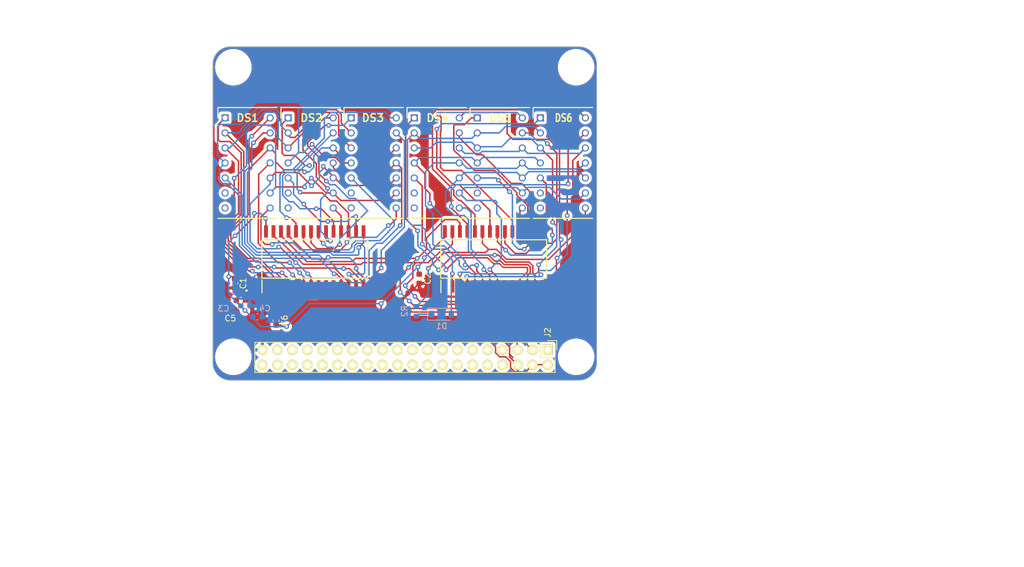
<source format=kicad_pcb>
(kicad_pcb (version 20221018) (generator pcbnew)
  (layers (0 "F.Cu" signal) (31 "B.Cu" signal) (34 "B.Paste" user) (35 "F.Paste" user) (36 "B.SilkS" user "B.Silkscreen") (37 "F.SilkS" user "F.Silkscreen") (38 "B.Mask" user) (39 "F.Mask" user) (44 "Edge.Cuts" user))
  (net 0 "")
  (net 7 "2_an13")
  (net 8 "2_ca0")
  (net 9 "2_ca2")
  (net 10 "2_ca3")
  (net 11 "2_an14")
  (net 14 "2_an12")
  (net 15 "2_ca6")
  (net 16 "2_ca5")
  (net 17 "2_ca4")
  (net 18 "2_ca1")
  (net 19 "2_an10")
  (net 20 "2_an11")
  (net 21 "2_an8")
  (net 22 "2_an9")
  (net 23 "2_an7")
  (net 24 "2_an5")
  (net 25 "2_an6")
  (net 28 "2_an3")
  (net 29 "2_an4")
  (net 30 "2_an2")
  (net 31 "2_an0")
  (net 32 "2_an1")
  (net 35 "+5V")
  (net 38 "GND")
  (net 41 "SCL")
  (net 42 "SDA")
  (net 43 "ca0")
  (net 44 "ca1")
  (net 45 "ca2")
  (net 46 "ca3")
  (net 47 "ca4")
  (net 48 "ca5")
  (net 49 "ca6")
  (net 50 "an13")
  (net 51 "an14")
  (net 52 "an12")
  (net 53 "an10")
  (net 54 "an11")
  (net 55 "an9")
  (net 56 "an8")
  (net 57 "an7")
  (net 58 "an6")
  (net 59 "an5")
  (net 60 "an4")
  (net 61 "an3")
  (net 62 "an2")
  (net 63 "an1")
  (net 64 "an0")
  (net 65 "Net-(D1-K)")
  (footprint "LTP-305G:DIPS762W50P254L1850H400Q14N" (layer "F.Cu") (at 174.4079 65.1486)
    (fp_text reference "DS6")
    (fp_text value "LTP-305G" hide)
  )
  (footprint "LTP-305G:DIPS762W50P254L1850H400Q14N" (layer "F.Cu") (at 142.4039 65.1486)
    (fp_text reference "DS3")
    (fp_text value "LTP-305G" hide)
  )
  (footprint "Capacitor_SMD:C_0603_1608Metric" (layer "F.Cu") (at 123.7349 96.0096 180)
    (fp_text reference "C5")
    (fp_text value "4.7uF")
  )
  (footprint "RPi_Hat:RPi_Hat_Mounting_Hole" (layer "F.Cu") (at 122.4668 105.5722 180)
    (fp_text reference "" hide)
    (fp_text value "" hide)
  )
  (footprint "Holtek:SOIC127P1031X264-28N" (layer "F.Cu") (at 136.2439 89.0116 90)
    (fp_text reference "IC1")
    (fp_text value "SamacSys_Parts_HT16K33-28SOP" hide)
  )
  (footprint "Capacitor_SMD:C_0603_1608Metric" (layer "F.Cu") (at 153.9139 92.3616 -90)
    (fp_text reference "C2")
    (fp_text value "10uF")
  )
  (footprint "RPi_Hat:RPi_Hat_Mounting_Hole" (layer "F.Cu") (at 180.4668 56.5722 180)
    (fp_text reference "" hide)
    (fp_text value "" hide)
  )
  (footprint "LTP-305G:DIPS762W50P254L1850H400Q14N" (layer "F.Cu") (at 163.7399 65.1486)
    (fp_text reference "DS5")
    (fp_text value "LTP-305G" hide)
  )
  (footprint "RPi_Hat:RPi_Hat_Mounting_Hole" (layer "F.Cu") (at 180.4668 105.5722 180)
    (fp_text reference "" hide)
    (fp_text value "" hide)
  )
  (footprint "LTP-305G:DIPS762W50P254L1850H400Q14N" (layer "F.Cu") (at 131.7359 65.1486)
    (fp_text reference "DS2")
    (fp_text value "LTP-305G" hide)
  )
  (footprint "LTP-305G:DIPS762W50P254L1850H400Q14N" (layer "F.Cu") (at 121.0679 65.1486)
    (fp_text reference "DS1")
    (fp_text value "LTP-305G" hide)
  )
  (footprint "RPi_Hat:RPi_Hat_Mounting_Hole" (layer "F.Cu") (at 122.4668 56.5722 180)
    (fp_text reference "" hide)
    (fp_text value "" hide)
  )
  (footprint "Capacitor_SMD:C_0603_1608Metric" (layer "F.Cu") (at 122.6889 93.1366 -90)
    (fp_text reference "C1")
    (fp_text value "10uF")
  )
  (footprint "LTP-305G:Pin_Header_Straight_2x20" (layer "F.Cu") (at 151.511 105.664 -90)
    (fp_text reference "J2")
    (fp_text value "RPi_GPIO")
  )
  (footprint "Capacitor_SMD:C_0603_1608Metric" (layer "F.Cu") (at 129.7039 99.4386 -90)
    (fp_text reference "C6")
    (fp_text value "0.1uF")
  )
  (footprint "LTP-305G:DIPS762W50P254L1850H400Q14N" (layer "F.Cu") (at 153.0719 65.1486)
    (fp_text reference "DS4")
    (fp_text value "LTP-305G" hide)
  )
  (footprint "Holtek:SOIC127P1031X264-28N" (layer "F.Cu") (at 166.5139 89.0116 90)
    (fp_text reference "IC2")
    (fp_text value "SamacSys_Parts_HT16K33-28SOP" hide)
  )
  (footprint "Diode_SMD:D_SOD-123" (layer "B.Cu") (at 157.6889 98.3616)
    (fp_text reference "D1")
    (fp_text value "1N4148")
  )
  (footprint "Capacitor_SMD:C_0603_1608Metric" (layer "B.Cu") (at 124.4969 96.8986 180)
    (fp_text reference "C3")
    (fp_text value "4.7uF")
  )
  (footprint "Capacitor_SMD:C_0603_1608Metric" (layer "B.Cu") (at 126.5419 98.8036 180)
    (fp_text reference "C4")
    (fp_text value "0.1uF")
  )
  (footprint "Resistor_SMD:R_0603_1608Metric" (layer "B.Cu") (at 153.4389 97.8616 90)
    (fp_text reference "R2")
    (fp_text value "47k")
  )
  (gr_line (start 183.9668 71.5722) (end 183.9668 56.0722) (stroke (width 0.1)) (layer "Edge.Cuts"))
  (gr_arc (start 183.9668 106.5722) (mid 183.08812 108.69352) (end 180.9668 109.5722) (stroke (width 0.1)) (layer "Edge.Cuts"))
  (gr_line (start 183.9668 90.5722) (end 183.9668 71.5722) (stroke (width 0.1)) (layer "Edge.Cuts"))
  (gr_arc (start 121.9668 109.5722) (mid 119.84548 108.69352) (end 118.9668 106.5722) (stroke (width 0.1)) (layer "Edge.Cuts"))
  (gr_line (start 183.9702 106.5636) (end 183.9702 90.5636) (stroke (width 0.1)) (layer "Edge.Cuts"))
  (gr_arc (start 180.9668 53.0722) (mid 183.08812 53.95088) (end 183.9668 56.0722) (stroke (width 0.1)) (layer "Edge.Cuts"))
  (gr_arc (start 118.9668 56.0722) (mid 119.84548 53.95088) (end 121.9668 53.0722) (stroke (width 0.1)) (layer "Edge.Cuts"))
  (gr_line (start 180.9668 53.0722) (end 121.9668 53.0722) (stroke (width 0.1)) (layer "Edge.Cuts"))
  (gr_line (start 180.9668 109.5722) (end 121.9668 109.5722) (stroke (width 0.1)) (layer "Edge.Cuts"))
  (gr_line (start 118.9668 106.5722) (end 118.9668 56.0722) (stroke (width 0.1)) (layer "Edge.Cuts"))
  (segment (start 151.6169 66.6036) (end 153.0719 65.1486) (width 0.25) (layer "F.Cu") (net 7))
  (segment (start 153.6489 84.2566) (end 151.6169 82.2246) (width 0.25) (layer "F.Cu") (net 7))
  (segment (start 166.663595 89.3616) (end 167.6889 89.3616) (width 0.25) (layer "F.Cu") (net 7))
  (segment (start 172.2289 91.8216) (end 172.2289 93.6616) (width 0.25) (layer "F.Cu") (net 7))
  (segment (start 151.6169 82.2246) (end 151.6169 66.6036) (width 0.25) (layer "F.Cu") (net 7))
  (segment (start 165.6889 88.3616) (end 165.6889 88.386905) (width 0.25) (layer "F.Cu") (net 7))
  (segment (start 168.3139 89.9866) (end 172.3139 89.9866) (width 0.25) (layer "F.Cu") (net 7))
  (segment (start 172.3139 89.9866) (end 172.6889 90.3616) (width 0.25) (layer "F.Cu") (net 7))
  (segment (start 172.6889 90.3616) (end 172.6889 91.3616) (width 0.25) (layer "F.Cu") (net 7))
  (segment (start 165.6889 88.386905) (end 166.663595 89.3616) (width 0.25) (layer "F.Cu") (net 7))
  (segment (start 159.6889 88.3616) (end 165.6889 88.3616) (width 0.25) (layer "F.Cu") (net 7))
  (segment (start 172.6889 91.3616) (end 172.2289 91.8216) (width 0.25) (layer "F.Cu") (net 7))
  (segment (start 167.6889 89.3616) (end 168.3139 89.9866) (width 0.25) (layer "F.Cu") (net 7))
  (segment (start 157.1889 90.8616) (end 159.6889 88.3616) (width 0.25) (layer "F.Cu") (net 7))
  (via (at 153.6489 84.2566) (size 0.8) (drill 0.4) (layers "F.Cu" "B.Cu") (net 7))
  (via (at 157.1889 90.8616) (size 0.8) (drill 0.4) (layers "F.Cu" "B.Cu") (net 7))
  (segment (start 156.153141 89.147359) (end 156.153141 89.825841) (width 0.25) (layer "B.Cu") (net 7))
  (segment (start 154.122991 87.235295) (end 154.241077 87.235295) (width 0.25) (layer "B.Cu") (net 7))
  (segment (start 154.241077 87.235295) (end 156.153141 89.147359) (width 0.25) (layer "B.Cu") (net 7))
  (segment (start 156.153141 89.825841) (end 157.1889 90.8616) (width 0.25) (layer "B.Cu") (net 7))
  (segment (start 153.698296 86.8106) (end 154.122991 87.235295) (width 0.25) (layer "B.Cu") (net 7))
  (segment (start 153.6489 84.2566) (end 153.698296 84.305996) (width 0.25) (layer "B.Cu") (net 7))
  (segment (start 153.698296 84.305996) (end 153.698296 86.8106) (width 0.25) (layer "B.Cu") (net 7))
  (segment (start 159.5289 91.5216) (end 159.5289 93.6616) (width 0.25) (layer "F.Cu") (net 8))
  (via (at 159.5289 91.5216) (size 0.8) (drill 0.4) (layers "F.Cu" "B.Cu") (net 8))
  (segment (start 159.3389 91.7116) (end 159.5289 91.5216) (width 0.25) (layer "B.Cu") (net 8))
  (segment (start 168.1944 66.9361) (end 167.7499 67.3806) (width 0.25) (layer "B.Cu") (net 8))
  (segment (start 168.533752 66.596748) (end 167.7499 67.3806) (width 0.25) (layer "B.Cu") (net 8))
  (segment (start 173.316048 66.596748) (end 168.533752 66.596748) (width 0.25) (layer "B.Cu") (net 8))
  (segment (start 156.027906 87.3616) (end 157.6889 87.3616) (width 0.25) (layer "B.Cu") (net 8))
  (segment (start 174.4079 67.6886) (end 173.316048 66.596748) (width 0.25) (layer "B.Cu") (net 8))
  (segment (start 159.3389 98.3616) (end 159.3389 91.7116) (width 0.25) (layer "B.Cu") (net 8))
  (segment (start 154.9439 85.889392) (end 155.714302 86.659794) (width 0.25) (layer "B.Cu") (net 8))
  (segment (start 151.9289 68.8316) (end 151.9289 82.5476) (width 0.25) (layer "B.Cu") (net 8))
  (segment (start 167.4419 67.6886) (end 163.7399 67.6886) (width 0.25) (layer "B.Cu") (net 8))
  (segment (start 167.7499 67.3806) (end 167.4419 67.6886) (width 0.25) (layer "B.Cu") (net 8))
  (segment (start 155.714302 87.047996) (end 156.027906 87.3616) (width 0.25) (layer "B.Cu") (net 8))
  (segment (start 157.6889 87.3616) (end 159.5289 89.2016) (width 0.25) (layer "B.Cu") (net 8))
  (segment (start 154.9439 84.078003) (end 154.9439 85.889392) (width 0.25) (layer "B.Cu") (net 8))
  (segment (start 152.6909 83.3096) (end 154.175497 83.3096) (width 0.25) (layer "B.Cu") (net 8))
  (segment (start 154.175497 83.3096) (end 154.9439 84.078003) (width 0.25) (layer "B.Cu") (net 8))
  (segment (start 168.533752 66.596748) (end 168.1944 66.9361) (width 0.25) (layer "B.Cu") (net 8))
  (segment (start 151.9289 82.5476) (end 152.6909 83.3096) (width 0.25) (layer "B.Cu") (net 8))
  (segment (start 153.0719 67.6886) (end 153.9969 68.6136) (width 0.25) (layer "B.Cu") (net 8))
  (segment (start 162.8149 68.6136) (end 163.7399 67.6886) (width 0.25) (layer "B.Cu") (net 8))
  (segment (start 153.9969 68.6136) (end 162.8149 68.6136) (width 0.25) (layer "B.Cu") (net 8))
  (segment (start 155.714302 86.659794) (end 155.714302 87.047996) (width 0.25) (layer "B.Cu") (net 8))
  (segment (start 159.5289 89.2016) (end 159.5289 91.5216) (width 0.25) (layer "B.Cu") (net 8))
  (segment (start 153.0719 67.6886) (end 151.9289 68.8316) (width 0.25) (layer "B.Cu") (net 8))
  (segment (start 176.4774 72.2981) (end 176.4774 82.8016) (width 0.25) (layer "F.Cu") (net 9))
  (segment (start 174.130418 91.287118) (end 174.5349 91.6916) (width 0.25) (layer "F.Cu") (net 9))
  (segment (start 162.0689 92.088415) (end 162.0689 93.6616) (width 0.25) (layer "F.Cu") (net 9))
  (segment (start 174.130418 89.991878) (end 174.130418 91.287118) (width 0.25) (layer "F.Cu") (net 9))
  (segment (start 174.4079 70.2286) (end 176.4774 72.2981) (width 0.25) (layer "F.Cu") (net 9))
  (segment (start 161.966085 91.9856) (end 162.0689 92.088415) (width 0.25) (layer "F.Cu") (net 9))
  (via (at 174.130418 89.991878) (size 0.8) (drill 0.4) (layers "F.Cu" "B.Cu") (net 9))
  (via (at 174.5349 91.6916) (size 0.8) (drill 0.4) (layers "F.Cu" "B.Cu") (net 9))
  (via (at 161.966085 91.9856) (size 0.8) (drill 0.4) (layers "F.Cu" "B.Cu") (net 9))
  (via (at 176.4774 82.8016) (size 0.8) (drill 0.4) (layers "F.Cu" "B.Cu") (net 9))
  (segment (start 174.2409 91.9856) (end 174.5349 91.6916) (width 0.25) (layer "B.Cu") (net 9))
  (segment (start 174.4079 70.2286) (end 172.7929 68.6136) (width 0.25) (layer "B.Cu") (net 9))
  (segment (start 161.966085 91.9856) (end 174.2409 91.9856) (width 0.25) (layer "B.Cu") (net 9))
  (segment (start 156.7939 69.2766) (end 162.7879 69.2766) (width 0.25) (layer "B.Cu") (net 9))
  (segment (start 172.7929 68.6136) (end 169.2919 68.6136) (width 0.25) (layer "B.Cu") (net 9))
  (segment (start 155.8419 70.2286) (end 156.7939 69.2766) (width 0.25) (layer "B.Cu") (net 9))
  (segment (start 169.2919 68.6136) (end 167.883098 70.022402) (width 0.25) (layer "B.Cu") (net 9))
  (segment (start 176.4774 82.8016) (end 177.1649 83.4891) (width 0.25) (layer "B.Cu") (net 9))
  (segment (start 153.0719 70.2286) (end 155.8419 70.2286) (width 0.25) (layer "B.Cu") (net 9))
  (segment (start 162.7879 69.2766) (end 163.7399 70.2286) (width 0.25) (layer "B.Cu") (net 9))
  (segment (start 167.883098 70.022402) (end 163.946098 70.022402) (width 0.25) (layer "B.Cu") (net 9))
  (segment (start 177.1649 86.957396) (end 174.130418 89.991878) (width 0.25) (layer "B.Cu") (net 9))
  (segment (start 177.1649 83.4891) (end 177.1649 86.957396) (width 0.25) (layer "B.Cu") (net 9))
  (segment (start 155.7115 77.9245) (end 154.873296 77.086296) (width 0.25) (layer "F.Cu") (net 10))
  (segment (start 155.7115 79.6) (end 155.7115 77.9245) (width 0.25) (layer "F.Cu") (net 10))
  (segment (start 154.873296 74.569996) (end 153.0719 72.7686) (width 0.25) (layer "F.Cu") (net 10))
  (segment (start 163.3389 93.6616) (end 163.3389 91.3616) (width 0.25) (layer "F.Cu") (net 10))
  (segment (start 163.3389 91.3616) (end 162.007299 90.029999) (width 0.25) (layer "F.Cu") (net 10))
  (segment (start 154.873296 77.086296) (end 154.873296 74.569996) (width 0.25) (layer "F.Cu") (net 10))
  (segment (start 162.007299 90.029999) (end 161.6889 90.029999) (width 0.25) (layer "F.Cu") (net 10))
  (via (at 161.6889 90.029999) (size 0.8) (drill 0.4) (layers "F.Cu" "B.Cu") (net 10))
  (via (at 155.7115 79.6) (size 0.8) (drill 0.4) (layers "F.Cu" "B.Cu") (net 10))
  (segment (start 153.0719 72.7686) (end 153.9969 71.8436) (width 0.25) (layer "B.Cu") (net 10))
  (segment (start 161.6889 89.3616) (end 161.6889 90.029999) (width 0.25) (layer "B.Cu") (net 10))
  (segment (start 164.5654 71.9431) (end 163.7399 72.7686) (width 0.25) (layer "B.Cu") (net 10))
  (segment (start 153.9969 71.8436) (end 162.8149 71.8436) (width 0.25) (layer "B.Cu") (net 10))
  (segment (start 164.6649 71.8436) (end 164.5654 71.9431) (width 0.25) (layer "B.Cu") (net 10))
  (segment (start 157.6889 85.3616) (end 161.6889 89.3616) (width 0.25) (layer "B.Cu") (net 10))
  (segment (start 155.7115 79.6) (end 157.6889 81.5774) (width 0.25) (layer "B.Cu") (net 10))
  (segment (start 174.4079 72.7686) (end 173.4829 71.8436) (width 0.25) (layer "B.Cu") (net 10))
  (segment (start 157.6889 81.5774) (end 157.6889 85.3616) (width 0.25) (layer "B.Cu") (net 10))
  (segment (start 162.8149 71.8436) (end 163.7399 72.7686) (width 0.25) (layer "B.Cu") (net 10))
  (segment (start 173.4829 71.8436) (end 164.6649 71.8436) (width 0.25) (layer "B.Cu") (net 10))
  (segment (start 164.6919 71.8166) (end 164.5654 71.9431) (width 0.25) (layer "B.Cu") (net 10))
  (segment (start 154.0239 71.8166) (end 153.0719 72.7686) (width 0.25) (layer "B.Cu") (net 10))
  (segment (start 165.477199 88.8116) (end 166.477199 89.8116) (width 0.25) (layer "F.Cu") (net 11))
  (segment (start 172.127504 90.4366) (end 172.2389 90.547996) (width 0.25) (layer "F.Cu") (net 11))
  (segment (start 158.4389 90.8616) (end 160.4889 88.8116) (width 0.25) (layer "F.Cu") (net 11))
  (segment (start 160.4889 88.8116) (end 165.477199 88.8116) (width 0.25) (layer "F.Cu") (net 11))
  (segment (start 170.9589 92.455204) (end 170.9589 93.6616) (width 0.25) (layer "F.Cu") (net 11))
  (segment (start 172.2389 90.547996) (end 172.2389 91.175204) (width 0.25) (layer "F.Cu") (net 11))
  (segment (start 172.2389 91.175204) (end 170.9589 92.455204) (width 0.25) (layer "F.Cu") (net 11))
  (segment (start 167.502504 89.8116) (end 168.127504 90.4366) (width 0.25) (layer "F.Cu") (net 11))
  (segment (start 154.423296 86.510295) (end 154.423296 76.659996) (width 0.25) (layer "F.Cu") (net 11))
  (segment (start 154.423296 76.659996) (end 153.0719 75.3086) (width 0.25) (layer "F.Cu") (net 11))
  (segment (start 168.127504 90.4366) (end 172.127504 90.4366) (width 0.25) (layer "F.Cu") (net 11))
  (segment (start 166.477199 89.8116) (end 167.502504 89.8116) (width 0.25) (layer "F.Cu") (net 11))
  (via (at 158.4389 90.8616) (size 0.8) (drill 0.4) (layers "F.Cu" "B.Cu") (net 11))
  (via (at 154.423296 86.510295) (size 0.8) (drill 0.4) (layers "F.Cu" "B.Cu") (net 11))
  (segment (start 158.4389 90.40899) (end 155.152345 87.122435) (width 0.25) (layer "B.Cu") (net 11))
  (segment (start 155.035436 87.122435) (end 154.423296 86.510295) (width 0.25) (layer "B.Cu") (net 11))
  (segment (start 155.152345 87.122435) (end 155.035436 87.122435) (width 0.25) (layer "B.Cu") (net 11))
  (segment (start 158.4389 90.8616) (end 158.4389 90.40899) (width 0.25) (layer "B.Cu") (net 11))
  (segment (start 168.502504 89.5366) (end 167.327504 88.3616) (width 0.25) (layer "F.Cu") (net 14))
  (segment (start 173.1389 91.4386) (end 173.1389 90.175204) (width 0.25) (layer "F.Cu") (net 14))
  (segment (start 167.327504 88.3616) (end 166.6889 88.3616) (width 0.25) (layer "F.Cu") (net 14))
  (segment (start 173.4989 91.7986) (end 173.1389 91.4386) (width 0.25) (layer "F.Cu") (net 14))
  (segment (start 173.1389 90.175204) (end 172.500296 89.5366) (width 0.25) (layer "F.Cu") (net 14))
  (segment (start 172.500296 89.5366) (end 168.502504 89.5366) (width 0.25) (layer "F.Cu") (net 14))
  (segment (start 173.4989 93.6616) (end 173.4989 91.7986) (width 0.25) (layer "F.Cu") (net 14))
  (via (at 166.6889 88.3616) (size 0.8) (drill 0.4) (layers "F.Cu" "B.Cu") (net 14))
  (segment (start 162.6889 81.1616) (end 161.9159 80.3886) (width 0.25) (layer "B.Cu") (net 14))
  (segment (start 163.6889 88.3616) (end 162.6889 87.3616) (width 0.25) (layer "B.Cu") (net 14))
  (segment (start 162.6889 81.1616) (end 162.6889 84.3616) (width 0.25) (layer "B.Cu") (net 14))
  (segment (start 161.9159 80.3886) (end 160.6919 80.3886) (width 0.25) (layer "B.Cu") (net 14))
  (segment (start 162.6889 87.3616) (end 162.6889 84.3616) (width 0.25) (layer "B.Cu") (net 14))
  (segment (start 166.6889 88.3616) (end 163.6889 88.3616) (width 0.25) (layer "B.Cu") (net 14))
  (segment (start 165.856737 90.79934) (end 167.1489 92.091503) (width 0.25) (layer "F.Cu") (net 15))
  (segment (start 167.1489 92.091503) (end 167.1489 93.6616) (width 0.25) (layer "F.Cu") (net 15))
  (via (at 165.856737 90.79934) (size 0.8) (drill 0.4) (layers "F.Cu" "B.Cu") (net 15))
  (segment (start 161.9619 79.1186) (end 166.7879 79.1186) (width 0.25) (layer "B.Cu") (net 15))
  (segment (start 181.0119 78.8646) (end 177.9639 78.8646) (width 0.25) (layer "B.Cu") (net 15))
  (segment (start 167.0419 79.3726) (end 167.0419 81.3746) (width 0.25) (layer "B.Cu") (net 15))
  (segment (start 165.1369 76.9236) (end 161.6169 76.9236) (width 0.25) (layer "B.Cu") (net 15))
  (segment (start 160.6919 77.8486) (end 161.9619 79.1186) (width 0.25) (layer "B.Cu") (net 15))
  (segment (start 167.0419 81.3746) (end 167.8166 82.1493) (width 0.25) (layer "B.Cu") (net 15))
  (segment (start 166.7879 79.1186) (end 167.0419 79.3726) (width 0.25) (layer "B.Cu") (net 15))
  (segment (start 161.6169 76.9236) (end 160.6919 77.8486) (width 0.25) (layer "B.Cu") (net 15))
  (segment (start 176.0009 76.9016) (end 172.3069 76.9016) (width 0.25) (layer "B.Cu") (net 15))
  (segment (start 167.8166 88.839477) (end 167.8166 82.1493) (width 0.25) (layer "B.Cu") (net 15))
  (segment (start 170.4349 76.9236) (end 171.3599 77.8486) (width 0.25) (layer "B.Cu") (net 15))
  (segment (start 165.1369 76.9236) (end 170.4349 76.9236) (width 0.25) (layer "B.Cu") (net 15))
  (segment (start 172.3069 76.9016) (end 171.3599 77.8486) (width 0.25) (layer "B.Cu") (net 15))
  (segment (start 165.856737 90.79934) (end 167.8166 88.839477) (width 0.25) (layer "B.Cu") (net 15))
  (segment (start 182.0279 77.8486) (end 181.0119 78.8646) (width 0.25) (layer "B.Cu") (net 15))
  (segment (start 177.9639 78.8646) (end 176.0009 76.9016) (width 0.25) (layer "B.Cu") (net 15))
  (segment (start 164.844397 90.8116) (end 165.8789 91.846103) (width 0.25) (layer "F.Cu") (net 16))
  (segment (start 165.8789 91.846103) (end 165.8789 93.6616) (width 0.25) (layer "F.Cu") (net 16))
  (via (at 164.844397 90.8116) (size 0.8) (drill 0.4) (layers "F.Cu" "B.Cu") (net 16))
  (segment (start 162.2389 82.3616) (end 162.2389 87.6361) (width 0.25) (layer "B.Cu") (net 16))
  (segment (start 158.4059 80.228504) (end 159.835996 81.6586) (width 0.25) (layer "B.Cu") (net 16))
  (segment (start 182.0279 75.3086) (end 180.9539 74.2346) (width 0.25) (layer "B.Cu") (net 16))
  (segment (start 164.844397 90.241597) (end 164.844397 90.8116) (width 0.25) (layer "B.Cu") (net 16))
  (segment (start 172.4339 74.2346) (end 171.3599 75.3086) (width 0.25) (layer "B.Cu") (net 16))
  (segment (start 160.6919 75.3086) (end 161.6169 74.3836) (width 0.25) (layer "B.Cu") (net 16))
  (segment (start 170.4349 74.3836) (end 161.6169 74.3836) (width 0.25) (layer "B.Cu") (net 16))
  (segment (start 162.2389 87.6361) (end 164.844397 90.241597) (width 0.25) (layer "B.Cu") (net 16))
  (segment (start 171.3599 75.3086) (end 170.4349 74.3836) (width 0.25) (layer "B.Cu") (net 16))
  (segment (start 159.835996 81.6586) (end 161.5359 81.6586) (width 0.25) (layer "B.Cu") (net 16))
  (segment (start 161.5359 81.6586) (end 162.2389 82.3616) (width 0.25) (layer "B.Cu") (net 16))
  (segment (start 158.4059 77.5946) (end 158.4059 80.228504) (width 0.25) (layer "B.Cu") (net 16))
  (segment (start 180.9539 74.2346) (end 172.4339 74.2346) (width 0.25) (layer "B.Cu") (net 16))
  (segment (start 160.6919 75.3086) (end 158.4059 77.5946) (width 0.25) (layer "B.Cu") (net 16))
  (segment (start 164.6089 91.995204) (end 164.6089 93.6616) (width 0.25) (layer "F.Cu") (net 17))
  (segment (start 163.6483 90.070099) (end 163.6483 91.034604) (width 0.25) (layer "F.Cu") (net 17))
  (segment (start 163.6483 91.034604) (end 164.6089 91.995204) (width 0.25) (layer "F.Cu") (net 17))
  (via (at 163.6483 90.070099) (size 0.8) (drill 0.4) (layers "F.Cu" "B.Cu") (net 17))
  (segment (start 156.2389 81.299748) (end 154.987 80.047848) (width 0.25) (layer "B.Cu") (net 17))
  (segment (start 162.730206 90.070099) (end 161.989205 90.8111) (width 0.25) (layer "B.Cu") (net 17))
  (segment (start 181.5199 73.2766) (end 181.3294 73.4671) (width 0.25) (layer "B.Cu") (net 17))
  (segment (start 160.6889 89.3616) (end 158.1389 86.8116) (width 0.25) (layer "B.Cu") (net 17))
  (segment (start 156.2389 86.547996) (end 156.2389 81.299748) (width 0.25) (layer "B.Cu") (net 17))
  (segment (start 161.444696 90.8111) (end 160.6889 90.055304) (width 0.25) (layer "B.Cu") (net 17))
  (segment (start 161.989205 90.8111) (end 161.444696 90.8111) (width 0.25) (layer "B.Cu") (net 17))
  (segment (start 163.6483 90.070099) (end 162.730206 90.070099) (width 0.25) (layer "B.Cu") (net 17))
  (segment (start 160.6889 90.055304) (end 160.6889 89.3616) (width 0.25) (layer "B.Cu") (net 17))
  (segment (start 156.4184 72.7686) (end 160.6919 72.7686) (width 0.25) (layer "B.Cu") (net 17))
  (segment (start 162.046205 73.6936) (end 170.4349 73.6936) (width 0.25) (layer "B.Cu") (net 17))
  (segment (start 181.0119 73.7846) (end 181.3294 73.4671) (width 0.25) (layer "B.Cu") (net 17))
  (segment (start 181.3294 73.4671) (end 181.1029 73.6936) (width 0.25) (layer "B.Cu") (net 17))
  (segment (start 170.4349 73.6936) (end 171.3599 72.7686) (width 0.25) (layer "B.Cu") (net 17))
  (segment (start 160.6919 72.7686) (end 161.121205 72.7686) (width 0.25) (layer "B.Cu") (net 17))
  (segment (start 158.1389 86.8116) (end 156.502504 86.8116) (width 0.25) (layer "B.Cu") (net 17))
  (segment (start 156.502504 86.8116) (end 156.2389 86.547996) (width 0.25) (layer "B.Cu") (net 17))
  (segment (start 161.121205 72.7686) (end 162.046205 73.6936) (width 0.25) (layer "B.Cu") (net 17))
  (segment (start 181.5199 73.2766) (end 181.0119 73.7846) (width 0.25) (layer "B.Cu") (net 17))
  (segment (start 172.3759 73.7846) (end 171.3599 72.7686) (width 0.25) (layer "B.Cu") (net 17))
  (segment (start 154.987 80.047848) (end 154.987 74.2) (width 0.25) (layer "B.Cu") (net 17))
  (segment (start 181.0119 73.7846) (end 172.3759 73.7846) (width 0.25) (layer "B.Cu") (net 17))
  (segment (start 154.987 74.2) (end 156.4184 72.7686) (width 0.25) (layer "B.Cu") (net 17))
  (segment (start 182.0279 72.7686) (end 181.5199 73.2766) (width 0.25) (layer "B.Cu") (net 17))
  (segment (start 160.779892 91.5356) (end 160.7989 91.554608) (width 0.25) (layer "F.Cu") (net 18))
  (segment (start 179.9082 72.3483) (end 179.9082 77.3176) (width 0.25) (layer "F.Cu") (net 18))
  (segment (start 178.948098 78.277702) (end 178.948098 81.690402) (width 0.25) (layer "F.Cu") (net 18))
  (segment (start 179.9082 77.3176) (end 178.948098 78.277702) (width 0.25) (layer "F.Cu") (net 18))
  (segment (start 182.0279 70.2286) (end 179.9082 72.3483) (width 0.25) (layer "F.Cu") (net 18))
  (segment (start 160.7989 91.554608) (end 160.7989 93.6616) (width 0.25) (layer "F.Cu") (net 18))
  (via (at 178.948098 81.690402) (size 0.8) (drill 0.4) (layers "F.Cu" "B.Cu") (net 18))
  (via (at 160.779892 91.5356) (size 0.8) (drill 0.4) (layers "F.Cu" "B.Cu") (net 18))
  (segment (start 178.948098 81.690402) (end 178.948098 88.183702) (width 0.25) (layer "B.Cu") (net 18))
  (segment (start 170.7599 70.8286) (end 164.5369 70.8286) (width 0.25) (layer "B.Cu") (net 18))
  (segment (start 181.2659 70.9906) (end 181.1029 71.1536) (width 0.25) (layer "B.Cu") (net 18))
  (segment (start 161.6169 71.1536) (end 160.6919 70.2286) (width 0.25) (layer "B.Cu") (net 18))
  (segment (start 171.3599 70.2286) (end 170.7599 70.8286) (width 0.25) (layer "B.Cu") (net 18))
  (segment (start 162.4139 91.2611) (end 161.054392 91.2611) (width 0.25) (layer "B.Cu") (net 18))
  (segment (start 174.234595 90.9666) (end 173.665095 91.5361) (width 0.25) (layer "B.Cu") (net 18))
  (segment (start 161.054392 91.2611) (end 160.779892 91.5356) (width 0.25) (layer "B.Cu") (net 18))
  (segment (start 164.2119 71.1536) (end 161.6169 71.1536) (width 0.25) (layer "B.Cu") (net 18))
  (segment (start 162.6889 91.5361) (end 162.4139 91.2611) (width 0.25) (layer "B.Cu") (net 18))
  (segment (start 176.1652 90.9666) (end 174.234595 90.9666) (width 0.25) (layer "B.Cu") (net 18))
  (segment (start 178.948098 88.183702) (end 176.1652 90.9666) (width 0.25) (layer "B.Cu") (net 18))
  (segment (start 182.0279 70.2286) (end 181.2659 70.9906) (width 0.25) (layer "B.Cu") (net 18))
  (segment (start 172.2849 71.1536) (end 171.3599 70.2286) (width 0.25) (layer "B.Cu") (net 18))
  (segment (start 173.665095 91.5361) (end 162.6889 91.5361) (width 0.25) (layer "B.Cu") (net 18))
  (segment (start 164.5369 70.8286) (end 164.2119 71.1536) (width 0.25) (layer "B.Cu") (net 18))
  (segment (start 181.1029 71.1536) (end 172.2849 71.1536) (width 0.25) (layer "B.Cu") (net 18))
  (segment (start 173.1589 81.6716) (end 173.1589 78.1596) (width 0.25) (layer "F.Cu") (net 19))
  (segment (start 163.574752 71.3716) (end 160.6919 68.488748) (width 0.25) (layer "F.Cu") (net 19))
  (segment (start 174.7689 83.2816) (end 173.1589 81.6716) (width 0.25) (layer "F.Cu") (net 19))
  (segment (start 173.1589 78.1596) (end 171.2329 76.2336) (width 0.25) (layer "F.Cu") (net 19))
  (segment (start 160.6919 68.488748) (end 160.6919 67.6886) (width 0.25) (layer "F.Cu") (net 19))
  (segment (start 164.639601 71.3716) (end 163.574752 71.3716) (width 0.25) (layer "F.Cu") (net 19))
  (segment (start 171.2329 76.2336) (end 169.501601 76.2336) (width 0.25) (layer "F.Cu") (net 19))
  (segment (start 174.7689 84.3616) (end 174.7689 83.2816) (width 0.25) (layer "F.Cu") (net 19))
  (segment (start 169.501601 76.2336) (end 164.639601 71.3716) (width 0.25) (layer "F.Cu") (net 19))
  (segment (start 177.6519 70.534166) (end 177.6519 85.473097) (width 0.25) (layer "F.Cu") (net 20))
  (segment (start 168.787 64.52) (end 168.787 67.8) (width 0.25) (layer "F.Cu") (net 20))
  (segment (start 175.896834 68.7791) (end 177.6519 70.534166) (width 0.25) (layer "F.Cu") (net 20))
  (segment (start 177.1284 91.3021) (end 177.1284 88.978802) (width 0.25) (layer "F.Cu") (net 20))
  (segment (start 174.7689 93.6616) (end 177.1284 91.3021) (width 0.25) (layer "F.Cu") (net 20))
  (segment (start 177.6519 85.473097) (end 177.913017 85.734214) (width 0.25) (layer "F.Cu") (net 20))
  (segment (start 160.6919 65.1486) (end 161.6169 64.2236) (width 0.25) (layer "F.Cu") (net 20))
  (segment (start 169.7661 68.7791) (end 175.896834 68.7791) (width 0.25) (layer "F.Cu") (net 20))
  (segment (start 161.6169 64.2236) (end 168.4906 64.2236) (width 0.25) (layer "F.Cu") (net 20))
  (segment (start 168.4906 64.2236) (end 168.787 64.52) (width 0.25) (layer "F.Cu") (net 20))
  (segment (start 177.1284 88.978802) (end 177.236901 88.870301) (width 0.25) (layer "F.Cu") (net 20))
  (segment (start 168.787 67.8) (end 169.7661 68.7791) (width 0.25) (layer "F.Cu") (net 20))
  (via (at 177.236901 88.870301) (size 0.8) (drill 0.4) (layers "F.Cu" "B.Cu") (net 20))
  (via (at 177.913017 85.734214) (size 0.8) (drill 0.4) (layers "F.Cu" "B.Cu") (net 20))
  (segment (start 177.7746 85.872631) (end 177.7746 88.332602) (width 0.25) (layer "B.Cu") (net 20))
  (segment (start 177.913017 85.734214) (end 177.7746 85.872631) (width 0.25) (layer "B.Cu") (net 20))
  (segment (start 177.7746 88.332602) (end 177.236901 88.870301) (width 0.25) (layer "B.Cu") (net 20))
  (segment (start 161.5809 66.2916) (end 159.9299 66.2916) (width 0.25) (layer "F.Cu") (net 21))
  (segment (start 170.4349 77.803294) (end 170.4349 78.231748) (width 0.25) (layer "F.Cu") (net 21))
  (segment (start 171.053048 78.7736) (end 172.2849 80.005452) (width 0.25) (layer "F.Cu") (net 21))
  (segment (start 160.308752 71.1536) (end 160.385048 71.1536) (width 0.25) (layer "F.Cu") (net 21))
  (segment (start 159.7669 70.611748) (end 160.308752 71.1536) (width 0.25) (layer "F.Cu") (net 21))
  (segment (start 172.2849 84.3056) (end 172.2289 84.3616) (width 0.25) (layer "F.Cu") (net 21))
  (segment (start 170.976752 78.7736) (end 171.053048 78.7736) (width 0.25) (layer "F.Cu") (net 21))
  (segment (start 159.7669 66.4546) (end 159.7669 70.611748) (width 0.25) (layer "F.Cu") (net 21))
  (segment (start 172.2849 80.005452) (end 172.2849 84.3056) (width 0.25) (layer "F.Cu") (net 21))
  (segment (start 170.4349 78.231748) (end 170.976752 78.7736) (width 0.25) (layer "F.Cu") (net 21))
  (segment (start 159.9299 66.2916) (end 159.7669 66.4546) (width 0.25) (layer "F.Cu") (net 21))
  (segment (start 160.385048 71.1536) (end 163.270048 74.0386) (width 0.25) (layer "F.Cu") (net 21))
  (segment (start 166.670205 74.0386) (end 170.4349 77.803294) (width 0.25) (layer "F.Cu") (net 21))
  (segment (start 162.7239 65.1486) (end 161.5809 66.2916) (width 0.25) (layer "F.Cu") (net 21))
  (segment (start 163.270048 74.0386) (end 166.670205 74.0386) (width 0.25) (layer "F.Cu") (net 21))
  (segment (start 163.7399 65.1486) (end 162.7239 65.1486) (width 0.25) (layer "F.Cu") (net 21))
  (segment (start 171.6889 87.3616) (end 173.4989 85.5516) (width 0.25) (layer "F.Cu") (net 22))
  (segment (start 169.2009 77.5946) (end 167.2959 75.6896) (width 0.25) (layer "F.Cu") (net 22))
  (segment (start 169.2009 77.6481) (end 169.2009 77.5946) (width 0.25) (layer "F.Cu") (net 22))
  (segment (start 173.4989 85.5516) (end 173.4989 84.3616) (width 0.25) (layer "F.Cu") (net 22))
  (via (at 169.2009 77.6481) (size 0.8) (drill 0.4) (layers "F.Cu" "B.Cu") (net 22))
  (via (at 171.6889 87.3616) (size 0.8) (drill 0.4) (layers "F.Cu" "B.Cu") (net 22))
  (via (at 167.2959 75.6896) (size 0.8) (drill 0.4) (layers "F.Cu" "B.Cu") (net 22))
  (segment (start 169.6889 86.3616) (end 170.6889 87.3616) (width 0.25) (layer "B.Cu") (net 22))
  (segment (start 167.2959 75.6896) (end 166.9149 75.3086) (width 0.25) (layer "B.Cu") (net 22))
  (segment (start 170.6889 87.3616) (end 171.6889 87.3616) (width 0.25) (layer "B.Cu") (net 22))
  (segment (start 169.6889 78.1361) (end 169.6889 86.3616) (width 0.25) (layer "B.Cu") (net 22))
  (segment (start 166.9149 75.3086) (end 163.7399 75.3086) (width 0.25) (layer "B.Cu") (net 22))
  (segment (start 169.2009 77.6481) (end 169.6889 78.1361) (width 0.25) (layer "B.Cu") (net 22))
  (segment (start 170.9589 80.7896) (end 171.3599 80.3886) (width 0.25) (layer "F.Cu") (net 23))
  (segment (start 170.9589 84.3616) (end 170.9589 80.7896) (width 0.25) (layer "F.Cu") (net 23))
  (segment (start 175.596529 69.5041) (end 177.2019 71.109471) (width 0.25) (layer "F.Cu") (net 24))
  (segment (start 172.6889 87.3616) (end 172.6889 87.386905) (width 0.25) (layer "F.Cu") (net 24))
  (segment (start 172.6889 87.386905) (end 171.989205 88.0866) (width 0.25) (layer "F.Cu") (net 24))
  (segment (start 170.1439 88.0866) (end 168.4189 86.3616) (width 0.25) (layer "F.Cu") (net 24))
  (segment (start 173.6889 86.3616) (end 172.6889 87.3616) (width 0.25) (layer "F.Cu") (net 24))
  (segment (start 168.4189 86.3616) (end 168.4189 84.3616) (width 0.25) (layer "F.Cu") (net 24))
  (segment (start 171.989205 88.0866) (end 170.1439 88.0866) (width 0.25) (layer "F.Cu") (net 24))
  (segment (start 177.2019 85.5956) (end 176.4399 86.3576) (width 0.25) (layer "F.Cu") (net 24))
  (segment (start 177.2019 71.109471) (end 177.2019 85.5956) (width 0.25) (layer "F.Cu") (net 24))
  (segment (start 176.4399 86.3616) (end 173.6889 86.3616) (width 0.25) (layer "F.Cu") (net 24))
  (segment (start 176.4399 86.3576) (end 176.4399 86.3616) (width 0.25) (layer "F.Cu") (net 24))
  (via (at 175.596529 69.5041) (size 0.8) (drill 0.4) (layers "F.Cu" "B.Cu") (net 24))
  (segment (start 173.774296 68.9586) (end 172.504296 67.6886) (width 0.25) (layer "B.Cu") (net 24))
  (segment (start 175.596529 69.5041) (end 175.051029 68.9586) (width 0.25) (layer "B.Cu") (net 24))
  (segment (start 172.504296 67.6886) (end 171.3599 67.6886) (width 0.25) (layer "B.Cu") (net 24))
  (segment (start 175.051029 68.9586) (end 173.774296 68.9586) (width 0.25) (layer "B.Cu") (net 24))
  (segment (start 164.123048 76.9236) (end 169.6889 82.489452) (width 0.25) (layer "F.Cu") (net 25))
  (segment (start 158.0249 74.0386) (end 161.0729 74.0386) (width 0.25) (layer "F.Cu") (net 25))
  (segment (start 157.6069 64.9846) (end 157.6069 67.353905) (width 0.25) (layer "F.Cu") (net 25))
  (segment (start 157.5169 73.5306) (end 158.0249 74.0386) (width 0.25) (layer "F.Cu") (net 25))
  (segment (start 163.9579 76.9236) (end 164.123048 76.9236) (width 0.25) (layer "F.Cu") (net 25))
  (segment (start 157.6069 67.353905) (end 157.5169 67.443905) (width 0.25) (layer "F.Cu") (net 25))
  (segment (start 169.6889 82.489452) (end 169.6889 84.3616) (width 0.25) (layer "F.Cu") (net 25))
  (segment (start 157.1359 64.5136) (end 157.6069 64.9846) (width 0.25) (layer "F.Cu") (net 25))
  (segment (start 157.5169 67.443905) (end 157.5169 73.5306) (width 0.25) (layer "F.Cu") (net 25))
  (segment (start 161.0729 74.0386) (end 163.9579 76.9236) (width 0.25) (layer "F.Cu") (net 25))
  (via (at 157.1359 64.5136) (size 0.8) (drill 0.4) (layers "F.Cu" "B.Cu") (net 25))
  (segment (start 170.4349 64.2236) (end 157.4259 64.2236) (width 0.25) (layer "B.Cu") (net 25))
  (segment (start 157.4259 64.2236) (end 157.1359 64.5136) (width 0.25) (layer "B.Cu") (net 25))
  (segment (start 171.3599 65.1486) (end 170.4349 64.2236) (width 0.25) (layer "B.Cu") (net 25))
  (segment (start 157.1359 64.5136) (end 157.4529 64.1966) (width 0.25) (layer "B.Cu") (net 25))
  (segment (start 160.6919 76.4516) (end 163.3589 79.1186) (width 0.25) (layer "F.Cu") (net 28))
  (segment (start 156.8819 73.6576) (end 159.6759 76.4516) (width 0.25) (layer "F.Cu") (net 28))
  (segment (start 163.3589 79.1186) (end 164.184504 79.1186) (width 0.25) (layer "F.Cu") (net 28))
  (segment (start 165.8789 80.812996) (end 165.8789 84.3616) (width 0.25) (layer "F.Cu") (net 28))
  (segment (start 159.6759 76.4516) (end 160.6919 76.4516) (width 0.25) (layer "F.Cu") (net 28))
  (segment (start 164.184504 79.1186) (end 165.8789 80.812996) (width 0.25) (layer "F.Cu") (net 28))
  (segment (start 156.8819 67.0536) (end 156.8819 73.6576) (width 0.25) (layer "F.Cu") (net 28))
  (via (at 156.8819 67.0536) (size 0.8) (drill 0.4) (layers "F.Cu" "B.Cu") (net 28))
  (segment (start 156.8819 67.0536) (end 157.815752 66.119748) (width 0.25) (layer "B.Cu") (net 28))
  (segment (start 173.436752 66.119748) (end 174.4079 65.1486) (width 0.25) (layer "B.Cu") (net 28))
  (segment (start 157.815752 66.119748) (end 173.436752 66.119748) (width 0.25) (layer "B.Cu") (net 28))
  (segment (start 176.4399 84.1126) (end 175.4189 83.0916) (width 0.25) (layer "F.Cu") (net 29))
  (segment (start 174.4079 75.3086) (end 175.2334 76.1341) (width 0.25) (layer "F.Cu") (net 29))
  (segment (start 175.2334 76.1341) (end 175.3329 76.2336) (width 0.25) (layer "F.Cu") (net 29))
  (segment (start 175.4189 76.3196) (end 174.4079 75.3086) (width 0.25) (layer "F.Cu") (net 29))
  (segment (start 176.4399 84.9606) (end 176.4399 84.1126) (width 0.25) (layer "F.Cu") (net 29))
  (segment (start 175.4189 83.0916) (end 175.4189 76.3196) (width 0.25) (layer "F.Cu") (net 29))
  (segment (start 168.5416 87.5089) (end 167.1489 86.1162) (width 0.25) (layer "F.Cu") (net 29))
  (segment (start 167.1489 86.1162) (end 167.1489 84.3616) (width 0.25) (layer "F.Cu") (net 29))
  (via (at 168.5416 87.5089) (size 0.8) (drill 0.4) (layers "F.Cu" "B.Cu") (net 29))
  (via (at 176.4399 84.9606) (size 0.8) (drill 0.4) (layers "F.Cu" "B.Cu") (net 29))
  (segment (start 169.3943 88.3616) (end 168.5416 87.5089) (width 0.25) (layer "B.Cu") (net 29))
  (segment (start 176.4399 86.586) (end 174.6643 88.3616) (width 0.25) (layer "B.Cu") (net 29))
  (segment (start 176.4399 84.9606) (end 176.4399 86.586) (width 0.25) (layer "B.Cu") (net 29))
  (segment (start 174.6643 88.3616) (end 169.3943 88.3616) (width 0.25) (layer "B.Cu") (net 29))
  (segment (start 158.1389 87.9116) (end 165.1389 87.9116) (width 0.25) (layer "F.Cu") (net 30))
  (segment (start 165.1389 87.9116) (end 165.6489 87.4016) (width 0.25) (layer "F.Cu") (net 30))
  (segment (start 182.0279 80.3886) (end 182.0279 82.8941) (width 0.25) (layer "F.Cu") (net 30))
  (segment (start 175.8354 89.0866) (end 168.6889 89.0866) (width 0.25) (layer "F.Cu") (net 30))
  (segment (start 164.6089 86.3616) (end 165.6489 87.4016) (width 0.25) (layer "F.Cu") (net 30))
  (segment (start 182.0279 82.8941) (end 175.8354 89.0866) (width 0.25) (layer "F.Cu") (net 30))
  (segment (start 168.6889 89.0866) (end 167.0039 87.4016) (width 0.25) (layer "F.Cu") (net 30))
  (segment (start 155.4389 90.6116) (end 158.1389 87.9116) (width 0.25) (layer "F.Cu") (net 30))
  (segment (start 167.0039 87.4016) (end 165.6489 87.4016) (width 0.25) (layer "F.Cu") (net 30))
  (segment (start 164.6089 84.3616) (end 164.6089 86.3616) (width 0.25) (layer "F.Cu") (net 30))
  (via (at 155.4389 90.6116) (size 0.8) (drill 0.4) (layers "F.Cu" "B.Cu") (net 30))
  (segment (start 155.4389 94.9936) (end 155.4389 90.6116) (width 0.25) (layer "B.Cu") (net 30))
  (segment (start 155.4389 94.9936) (end 155.4389 95.0366) (width 0.25) (layer "B.Cu") (net 30))
  (segment (start 155.4389 95.0366) (end 153.4389 97.0366) (width 0.25) (layer "B.Cu") (net 30))
  (segment (start 162.0689 83.105204) (end 162.0689 84.3616) (width 0.25) (layer "F.Cu") (net 31))
  (segment (start 159.337949 80.135249) (end 159.337949 80.374253) (width 0.25) (layer "F.Cu") (net 31))
  (segment (start 182.0279 67.6886) (end 179.1069 70.6096) (width 0.25) (layer "F.Cu") (net 31))
  (segment (start 159.337949 80.374253) (end 162.0689 83.105204) (width 0.25) (layer "F.Cu") (net 31))
  (segment (start 179.1069 70.6096) (end 179.1069 76.3246) (width 0.25) (layer "F.Cu") (net 31))
  (via (at 159.337949 80.135249) (size 0.8) (drill 0.4) (layers "F.Cu" "B.Cu") (net 31))
  (via (at 179.1069 76.3246) (size 0.8) (drill 0.4) (layers "F.Cu" "B.Cu") (net 31))
  (segment (start 178.9799 76.4516) (end 160.185296 76.4516) (width 0.25) (layer "B.Cu") (net 31))
  (segment (start 160.185296 76.4516) (end 159.337949 77.298947) (width 0.25) (layer "B.Cu") (net 31))
  (segment (start 179.1069 76.3246) (end 178.9799 76.4516) (width 0.25) (layer "B.Cu") (net 31))
  (segment (start 159.337949 77.298947) (end 159.337949 80.135249) (width 0.25) (layer "B.Cu") (net 31))
  (segment (start 159.7669 77.3799) (end 156.1569 73.7699) (width 0.25) (layer "F.Cu") (net 32))
  (segment (start 163.3389 84.3616) (end 163.3389 81.5116) (width 0.25) (layer "F.Cu") (net 32))
  (segment (start 156.904595 63.7736) (end 180.6529 63.7736) (width 0.25) (layer "F.Cu") (net 32))
  (segment (start 160.653752 79.1186) (end 159.7669 78.231748) (width 0.25) (layer "F.Cu") (net 32))
  (segment (start 160.9459 79.1186) (end 160.653752 79.1186) (width 0.25) (layer "F.Cu") (net 32))
  (segment (start 156.1569 64.467295) (end 156.877595 63.7466) (width 0.25) (layer "F.Cu") (net 32))
  (segment (start 156.877595 63.7466) (end 156.904595 63.7736) (width 0.25) (layer "F.Cu") (net 32))
  (segment (start 163.3389 81.5116) (end 160.9459 79.1186) (width 0.25) (layer "F.Cu") (net 32))
  (segment (start 159.7669 78.231748) (end 159.7669 77.3799) (width 0.25) (layer "F.Cu") (net 32))
  (segment (start 180.6529 63.7736) (end 182.0279 65.1486) (width 0.25) (layer "F.Cu") (net 32))
  (segment (start 156.1569 73.7699) (end 156.1569 64.467295) (width 0.25) (layer "F.Cu") (net 32))
  (segment (start 131.2409 100.2136) (end 131.4819 100.4546) (width 0.25) (layer "F.Cu") (net 35))
  (segment (start 169.3724 106.381796) (end 169.3724 107.426335) (width 0.25) (layer "F.Cu") (net 35))
  (segment (start 166.8324 104.886335) (end 167.528665 105.5826) (width 0.25) (layer "F.Cu") (net 35))
  (segment (start 171.9124 108.1226) (end 173.101 106.934) (width 0.25) (layer "F.Cu") (net 35))
  (segment (start 122.9599 96.2506) (end 124.4334 97.7241) (width 0.25) (layer "F.Cu") (net 35))
  (segment (start 147.447 96.6035) (end 147.447 97.9932) (width 0.25) (layer "F.Cu") (net 35))
  (segment (start 166.8324 103.901665) (end 166.8324 104.886335) (width 0.25) (layer "F.Cu") (net 35))
  (segment (start 158.2589 84.3616) (end 158.2589 85.316198) (width 0.25) (layer "F.Cu") (net 35))
  (segment (start 127.9889 82.2296) (end 127.9889 84.3616) (width 0.25) (layer "F.Cu") (net 35))
  (segment (start 170.068665 108.1226) (end 171.9124 108.1226) (width 0.25) (layer "F.Cu") (net 35))
  (segment (start 167.528665 105.5826) (end 168.573204 105.5826) (width 0.25) (layer "F.Cu") (net 35))
  (segment (start 126.021 81.8405) (end 126.021 81.28) (width 0.25) (layer "F.Cu") (net 35))
  (segment (start 158.2589 85.316198) (end 154.778141 88.796957) (width 0.25) (layer "F.Cu") (net 35))
  (segment (start 153.6889 91.3616) (end 153.9139 91.5866) (width 0.25) (layer "F.Cu") (net 35))
  (segment (start 122.3273 92) (end 122.6889 92.3616) (width 0.25) (layer "F.Cu") (net 35))
  (segment (start 122.9599 96.0096) (end 122.9599 96.2506) (width 0.25) (layer "F.Cu") (net 35))
  (segment (start 169.3724 107.426335) (end 170.068665 108.1226) (width 0.25) (layer "F.Cu") (net 35))
  (segment (start 147.447 97.9932) (end 160.923935 97.9932) (width 0.25) (layer "F.Cu") (net 35))
  (segment (start 121.6889 92) (end 122.3273 92) (width 0.25) (layer "F.Cu") (net 35))
  (segment (start 168.573204 105.5826) (end 169.3724 106.381796) (width 0.25) (layer "F.Cu") (net 35))
  (segment (start 175.5374 106.8948) (end 172.9974 106.8948) (width 0.25) (layer "F.Cu") (net 35))
  (segment (start 147.4797 96.5708) (end 147.447 96.6035) (width 0.25) (layer "F.Cu") (net 35))
  (segment (start 129.7039 100.2136) (end 131.2409 100.2136) (width 0.25) (layer "F.Cu") (net 35))
  (segment (start 153.6889 90.3616) (end 153.6889 91.3616) (width 0.25) (layer "F.Cu") (net 35))
  (segment (start 122.7715 85.09) (end 126.021 81.8405) (width 0.25) (layer "F.Cu") (net 35))
  (segment (start 127.9259 82.1666) (end 127.9889 82.2296) (width 0.25) (layer "F.Cu") (net 35))
  (segment (start 160.923935 97.9932) (end 166.8324 103.901665) (width 0.25) (layer "F.Cu") (net 35))
  (via (at 127.9259 82.1666) (size 0.8) (drill 0.4) (layers "F.Cu" "B.Cu") (net 35))
  (via (at 154.778141 88.796957) (size 0.8) (drill 0.4) (layers "F.Cu" "B.Cu") (net 35))
  (via (at 122.7715 85.09) (size 0.8) (drill 0.4) (layers "F.Cu" "B.Cu") (net 35))
  (via (at 121.6889 92) (size 0.8) (drill 0.4) (layers "F.Cu" "B.Cu") (net 35))
  (via (at 153.6889 90.3616) (size 0.8) (drill 0.4) (layers "F.Cu" "B.Cu") (net 35))
  (via (at 147.4797 96.5708) (size 0.8) (drill 0.4) (layers "F.Cu" "B.Cu") (net 35))
  (via (at 126.021 81.28) (size 0.8) (drill 0.4) (layers "F.Cu" "B.Cu") (net 35))
  (via (at 131.4819 100.4546) (size 0.8) (drill 0.4) (layers "F.Cu" "B.Cu") (net 35))
  (via (at 124.4334 97.7241) (size 0.8) (drill 0.4) (layers "F.Cu" "B.Cu") (net 35))
  (segment (start 126.021 81.28) (end 127.0393 81.28) (width 0.25) (layer "B.Cu") (net 35))
  (segment (start 124.4334 97.7241) (end 127.1639 100.4546) (width 0.25) (layer "B.Cu") (net 35))
  (segment (start 149.0959 94.9546) (end 148.9639 95.0866) (width 0.25) (layer "B.Cu") (net 35))
  (segment (start 154.778141 88.796957) (end 154.778141 89.272359) (width 0.25) (layer "B.Cu") (net 35))
  (segment (start 154.778141 89.272359) (end 153.6889 90.3616) (width 0.25) (layer "B.Cu") (net 35))
  (segment (start 122.7715 85.09) (end 121.6889 86.1726) (width 0.25) (layer "B.Cu") (net 35))
  (segment (start 127.1639 100.4546) (end 131.4819 100.4546) (width 0.25) (layer "B.Cu") (net 35))
  (segment (start 121.6889 86.1726) (end 121.6889 92) (width 0.25) (layer "B.Cu") (net 35))
  (segment (start 135.3657 96.5708) (end 147.4797 96.5708) (width 0.25) (layer "B.Cu") (net 35))
  (segment (start 147.4797 96.5708) (end 149.0959 94.9546) (width 0.25) (layer "B.Cu") (net 35))
  (segment (start 149.0959 94.9546) (end 153.6889 90.3616) (width 0.25) (layer "B.Cu") (net 35))
  (segment (start 121.6889 94.9796) (end 124.4334 97.7241) (width 0.25) (layer "B.Cu") (net 35))
  (segment (start 121.6889 92) (end 121.6889 94.9796) (width 0.25) (layer "B.Cu") (net 35))
  (segment (start 131.4819 100.4546) (end 135.3657 96.5708) (width 0.25) (layer "B.Cu") (net 35))
  (segment (start 127.0393 81.28) (end 127.9259 82.1666) (width 0.25) (layer "B.Cu") (net 35))
  (segment (start 123.1389 94.3616) (end 122.6889 93.9116) (width 0.25) (layer "F.Cu") (net 38))
  (segment (start 157.4889 95.7616) (end 156.0889 95.7616) (width 0.25) (layer "F.Cu") (net 38))
  (segment (start 153.9139 93.5866) (end 153.9139 93.1366) (width 0.25) (layer "F.Cu") (net 38))
  (segment (start 158.2589 94.9916) (end 157.4889 95.7616) (width 0.25) (layer "F.Cu") (net 38))
  (segment (start 127.9889 93.6616) (end 127.9889 92.4616) (width 0.25) (layer "F.Cu") (net 38))
  (segment (start 136.878096 95.8088) (end 150.5458 95.8088) (width 0.25) (layer "F.Cu") (net 38))
  (segment (start 128.1929 98.6636) (end 128.1799 98.6766) (width 0.25) (layer "F.Cu") (net 38))
  (segment (start 156.0889 95.7616) (end 153.9139 93.5866) (width 0.25) (layer "F.Cu") (net 38))
  (segment (start 127.2774 104.3548) (end 127.2774 99.5791) (width 0.25) (layer "F.Cu") (net 38))
  (segment (start 127.4539 98.6766) (end 128.1799 98.6766) (width 0.25) (layer "F.Cu") (net 38))
  (segment (start 127.2774 99.5791) (end 128.1799 98.6766) (width 0.25) (layer "F.Cu") (net 38))
  (segment (start 124.6889 94.3616) (end 123.1389 94.3616) (width 0.25) (layer "F.Cu") (net 38))
  (segment (start 126.465707 91.9616) (end 126.353506 92.073801) (width 0.25) (layer "F.Cu") (net 38))
  (segment (start 128.1799 98.6766) (end 131.0449 95.8116) (width 0.25) (layer "F.Cu") (net 38))
  (segment (start 150.5458 95.8088) (end 151.2417 95.8088) (width 0.25) (layer "F.Cu") (net 38))
  (segment (start 151.2389 95.8116) (end 153.9139 93.1366) (width 0.25) (layer "F.Cu") (net 38))
  (segment (start 162.691535 97.3836) (end 169.2096 103.901665) (width 0.25) (layer "F.Cu") (net 38))
  (segment (start 169.2096 105.5826) (end 170.561 106.934) (width 0.25) (layer "F.Cu") (net 38))
  (segment (start 127.9889 92.4616) (end 127.4889 91.9616) (width 0.25) (layer "F.Cu") (net 38))
  (segment (start 158.2589 93.6616) (end 158.2589 94.9916) (width 0.25) (layer "F.Cu") (net 38))
  (segment (start 169.2096 103.901665) (end 169.2096 105.5826) (width 0.25) (layer "F.Cu") (net 38))
  (segment (start 122.6889 93.9116) (end 126.2294 97.4521) (width 0.25) (layer "F.Cu") (net 38))
  (segment (start 129.7039 98.6636) (end 128.1929 98.6636) (width 0.25) (layer "F.Cu") (net 38))
  (segment (start 127.4889 91.9616) (end 126.465707 91.9616) (width 0.25) (layer "F.Cu") (net 38))
  (segment (start 162.691535 97.3836) (end 152.1206 97.3836) (width 0.25) (layer "F.Cu") (net 38))
  (segment (start 126.2294 97.4521) (end 127.4539 98.6766) (width 0.25) (layer "F.Cu") (net 38))
  (segment (start 152.1206 97.3836) (end 150.5458 95.8088) (width 0.25) (layer "F.Cu") (net 38))
  (segment (start 131.0449 95.8116) (end 136.875296 95.8116) (width 0.25) (layer "F.Cu") (net 38))
  (segment (start 151.2417 95.8088) (end 153.9139 93.1366) (width 0.25) (layer "F.Cu") (net 38))
  (segment (start 136.875296 95.8116) (end 136.878096 95.8088) (width 0.25) (layer "F.Cu") (net 38))
  (via (at 128.1799 98.6766) (size 0.8) (drill 0.4) (layers "F.Cu" "B.Cu") (net 38))
  (via (at 126.2294 97.4521) (size 0.8) (drill 0.4) (layers "F.Cu" "B.Cu") (net 38))
  (via (at 124.6889 94.3616) (size 0.8) (drill 0.4) (layers "F.Cu" "B.Cu") (net 38))
  (via (at 126.353506 92.073801) (size 0.8) (drill 0.4) (layers "F.Cu" "B.Cu") (net 38))
  (segment (start 127.3169 98.8036) (end 128.0529 98.8036) (width 0.25) (layer "B.Cu") (net 38))
  (segment (start 125.2719 96.8986) (end 125.6759 96.8986) (width 0.25) (layer "B.Cu") (net 38))
  (segment (start 128.0529 98.8036) (end 128.1799 98.6766) (width 0.25) (layer "B.Cu") (net 38))
  (segment (start 126.353506 92.073801) (end 124.6889 93.738407) (width 0.25) (layer "B.Cu") (net 38))
  (segment (start 125.6759 96.8986) (end 126.2294 97.4521) (width 0.25) (layer "B.Cu") (net 38))
  (segment (start 124.6889 93.738407) (end 124.6889 94.3616) (width 0.25) (layer "B.Cu") (net 38))
  (segment (start 150.6982 94.6404) (end 150.6982 91.891898) (width 0.25) (layer "F.Cu") (net 41))
  (segment (start 155.147796 85.447704) (end 155.147796 87.402704) (width 0.25) (layer "F.Cu") (net 41))
  (segment (start 152.9842 96.8756) (end 152.2222 96.1136) (width 0.25) (layer "F.Cu") (net 41))
  (segment (start 153.6389 88.9116) (end 153.5799 88.9116) (width 0.25) (layer "F.Cu") (net 41))
  (segment (start 164.3526 96.6616) (end 163.957 96.6616) (width 0.25) (layer "F.Cu") (net 41))
  (segment (start 157.9226 96.6616) (end 157.7086 96.8756) (width 0.25) (layer "F.Cu") (net 41))
  (segment (start 153.5799 88.9116) (end 143.1389 88.9116) (width 0.25) (layer "F.Cu") (net 41))
  (segment (start 143.1389 88.9116) (end 142.5889 89.4616) (width 0.25) (layer "F.Cu") (net 41))
  (segment (start 167.513 99.822) (end 164.3526 96.6616) (width 0.25) (layer "F.Cu") (net 41))
  (segment (start 158.2339 82.3616) (end 160.2519 82.3616) (width 0.25) (layer "F.Cu") (net 41))
  (segment (start 130.5289 85.0866) (end 130.5289 84.3616) (width 0.25) (layer "F.Cu") (net 41))
  (segment (start 160.7989 82.9086) (end 160.7989 84.3616) (width 0.25) (layer "F.Cu") (net 41))
  (segment (start 155.147796 87.402704) (end 153.6389 88.9116) (width 0.25) (layer "F.Cu") (net 41))
  (segment (start 158.2339 82.3616) (end 155.147796 85.447704) (width 0.25) (layer "F.Cu") (net 41))
  (segment (start 142.5889 89.4616) (end 134.9039 89.4616) (width 0.25) (layer "F.Cu") (net 41))
  (segment (start 163.957 96.6616) (end 157.9226 96.6616) (width 0.25) (layer "F.Cu") (net 41))
  (segment (start 170.4574 102.7664) (end 167.513 99.822) (width 0.25) (layer "F.Cu") (net 41))
  (segment (start 150.6982 91.891898) (end 152.112199 90.477899) (width 0.25) (layer "F.Cu") (net 41))
  (segment (start 157.7086 96.8756) (end 152.9842 96.8756) (width 0.25) (layer "F.Cu") (net 41))
  (segment (start 134.9039 89.4616) (end 130.5289 85.0866) (width 0.25) (layer "F.Cu") (net 41))
  (segment (start 160.2519 82.3616) (end 160.7989 82.9086) (width 0.25) (layer "F.Cu") (net 41))
  (segment (start 170.4574 104.3548) (end 170.4574 102.7664) (width 0.25) (layer "F.Cu") (net 41))
  (via (at 150.6982 94.6404) (size 0.8) (drill 0.4) (layers "F.Cu" "B.Cu") (net 41))
  (via (at 152.112199 90.477899) (size 0.8) (drill 0.4) (layers "F.Cu" "B.Cu") (net 41))
  (via (at 153.5799 88.9116) (size 0.8) (drill 0.4) (layers "F.Cu" "B.Cu") (net 41))
  (via (at 152.2222 96.1136) (size 0.8) (drill 0.4) (layers "F.Cu" "B.Cu") (net 41))
  (segment (start 152.2222 96.1136) (end 152.1714 96.1136) (width 0.25) (layer "B.Cu") (net 41))
  (segment (start 152.1714 96.1136) (end 150.6982 94.6404) (width 0.25) (layer "B.Cu") (net 41))
  (segment (start 152.112199 90.379301) (end 153.5799 88.9116) (width 0.25) (layer "B.Cu") (net 41))
  (segment (start 152.112199 90.477899) (end 152.112199 90.379301) (width 0.25) (layer "B.Cu") (net 41))
  (segment (start 129.2589 85.0866) (end 129.2589 84.3616) (width 0.25) (layer "F.Cu") (net 42))
  (segment (start 130.676922 86.275704) (end 130.448004 86.275704) (width 0.25) (layer "F.Cu") (net 42))
  (segment (start 151.557049 93.518049) (end 152.837199 92.237899) (width 0.25) (layer "F.Cu") (net 42))
  (segment (start 155.389306 89.6366) (end 154.2542 89.6366) (width 0.25) (layer "F.Cu") (net 42))
  (segment (start 134.312818 89.9116) (end 130.676922 86.275704) (width 0.25) (layer "F.Cu") (net 42))
  (segment (start 152.837199 92.237899) (end 152.837199 90.187996) (width 0.25) (layer "F.Cu") (net 42))
  (segment (start 144.113595 89.9116) (end 134.312818 89.9116) (width 0.25) (layer "F.Cu") (net 42))
  (segment (start 154.2542 89.6366) (end 151.9289 89.6366) (width 0.25) (layer "F.Cu") (net 42))
  (segment (start 157.8634 87.3616) (end 158.6889 87.3616) (width 0.25) (layer "F.Cu") (net 42))
  (segment (start 153.388595 89.6366) (end 154.2542 89.6366) (width 0.25) (layer "F.Cu") (net 42))
  (segment (start 156.089 88.936906) (end 155.389306 89.6366) (width 0.25) (layer "F.Cu") (net 42))
  (segment (start 130.448004 86.275704) (end 129.2589 85.0866) (width 0.25) (layer "F.Cu") (net 42))
  (segment (start 157.8634 87.3616) (end 156.288094 88.936906) (width 0.25) (layer "F.Cu") (net 42))
  (segment (start 172.9974 104.3548) (end 164.8542 96.2116) (width 0.25) (layer "F.Cu") (net 42))
  (segment (start 154.0474 96.2116) (end 153.1874 95.3516) (width 0.25) (layer "F.Cu") (net 42))
  (segment (start 151.9289 89.6366) (end 144.388595 89.6366) (width 0.25) (layer "F.Cu") (net 42))
  (segment (start 156.089 88.936906) (end 156.288094 88.936906) (width 0.25) (layer "F.Cu") (net 42))
  (segment (start 164.8542 96.2116) (end 154.0474 96.2116) (width 0.25) (layer "F.Cu") (net 42))
  (segment (start 152.837199 90.187996) (end 153.388595 89.6366) (width 0.25) (layer "F.Cu") (net 42))
  (segment (start 158.6889 87.3616) (end 159.5289 86.5216) (width 0.25) (layer "F.Cu") (net 42))
  (segment (start 144.388595 89.6366) (end 144.113595 89.9116) (width 0.25) (layer "F.Cu") (net 42))
  (segment (start 159.5289 86.5216) (end 159.5289 84.3616) (width 0.25) (layer "F.Cu") (net 42))
  (via (at 153.1874 95.3516) (size 0.8) (drill 0.4) (layers "F.Cu" "B.Cu") (net 42))
  (via (at 151.557049 93.518049) (size 0.8) (drill 0.4) (layers "F.Cu" "B.Cu") (net 42))
  (segment (start 151.557049 93.721249) (end 151.557049 93.518049) (width 0.25) (layer "B.Cu") (net 42))
  (segment (start 153.1874 95.3516) (end 151.557049 93.721249) (width 0.25) (layer "B.Cu") (net 42))
  (segment (start 124.2394 81.656788) (end 121.597 84.299188) (width 0.25) (layer "F.Cu") (net 43))
  (segment (start 137.554504 63.7736) (end 139.925444 63.7736) (width 0.25) (layer "F.Cu") (net 43))
  (segment (start 132.1169 68.4506) (end 132.877504 68.4506) (width 0.25) (layer "F.Cu") (net 43))
  (segment (start 140.7309 64.579056) (end 140.7309 66.0156) (width 0.25) (layer "F.Cu") (net 43))
  (segment (start 131.7439 68.0776) (end 132.1169 68.4506) (width 0.25) (layer "F.Cu") (net 43))
  (segment (start 132.877504 68.4506) (end 137.554504 63.7736) (width 0.25) (layer "F.Cu") (net 43))
  (segment (start 124.6889 89.3616) (end 126.6889 89.3616) (width 0.25) (layer "F.Cu") (net 43))
  (segment (start 129.2589 91.9316) (end 129.2589 93.6616) (width 0.25) (layer "F.Cu") (net 43))
  (segment (start 140.7309 66.0156) (end 142.4039 67.6886) (width 0.25) (layer "F.Cu") (net 43))
  (segment (start 121.0689 67.6616) (end 124.2394 70.8321) (width 0.25) (layer "F.Cu") (net 43))
  (segment (start 139.925444 63.7736) (end 140.7309 64.579056) (width 0.25) (layer "F.Cu") (net 43))
  (segment (start 126.6889 89.3616) (end 129.2589 91.9316) (width 0.25) (layer "F.Cu") (net 43))
  (segment (start 131.7439 67.278452) (end 131.7439 68.0776) (width 0.25) (layer "F.Cu") (net 43))
  (segment (start 121.597 86.2697) (end 124.6889 89.3616) (width 0.25) (layer "F.Cu") (net 43))
  (segment (start 124.2394 70.8321) (end 124.2394 81.656788) (width 0.25) (layer "F.Cu") (net 43))
  (segment (start 121.597 84.299188) (end 121.597 86.2697) (width 0.25) (layer "F.Cu") (net 43))
  (segment (start 123.3889 67.6616) (end 121.0689 67.6616) (width 0.25) (layer "B.Cu") (net 43))
  (segment (start 131.7359 67.6886) (end 130.5139 66.4666) (width 0.25) (layer "B.Cu") (net 43))
  (segment (start 123.7889 67.2616) (end 123.3889 67.6616) (width 0.25) (layer "B.Cu") (net 43))
  (segment (start 130.5139 66.4666) (end 130.5139 64.550204) (width 0.25) (layer "B.Cu") (net 43))
  (segment (start 123.7889 66.988808) (end 123.7889 67.2616) (width 0.25) (layer "B.Cu") (net 43))
  (segment (start 130.5139 64.550204) (end 129.710296 63.7466) (width 0.25) (layer "B.Cu") (net 43))
  (segment (start 127.3039 63.7466) (end 125.5889 65.4616) (width 0.25) (layer "B.Cu") (net 43))
  (segment (start 129.710296 63.7466) (end 127.3039 63.7466) (width 0.25) (layer "B.Cu") (net 43))
  (segment (start 125.5889 65.4616) (end 125.316108 65.4616) (width 0.25) (layer "B.Cu") (net 43))
  (segment (start 125.316108 65.4616) (end 123.7889 66.988808) (width 0.25) (layer "B.Cu") (net 43))
  (segment (start 129.325296 91.3616) (end 129.6889 91.3616) (width 0.25) (layer "F.Cu") (net 44))
  (segment (start 122.047 86.083304) (end 124.875296 88.9116) (width 0.25) (layer "F.Cu") (net 44))
  (segment (start 126.875296 88.9116) (end 129.325296 91.3616) (width 0.25) (layer "F.Cu") (net 44))
  (segment (start 134.1709 73.9336) (end 134.5299 74.2926) (width 0.25) (layer "F.Cu") (net 44))
  (segment (start 130.5289 92.2016) (end 130.5289 93.6616) (width 0.25) (layer "F.Cu") (net 44))
  (segment (start 125.1389 73.7776) (end 125.1389 81.393684) (width 0.25) (layer "F.Cu") (net 44))
  (segment (start 129.6129 72.5825) (end 130.964 73.9336) (width 0.25) (layer "F.Cu") (net 44))
  (segment (start 129.6129 71.1536) (end 129.6129 72.5825) (width 0.25) (layer "F.Cu") (net 44))
  (segment (start 128.6879 70.2286) (end 129.6129 71.1536) (width 0.25) (layer "F.Cu") (net 44))
  (segment (start 148.7539 71.4986) (end 150.0239 70.2286) (width 0.25) (layer "F.Cu") (net 44))
  (segment (start 139.3559 70.2286) (end 140.6259 71.4986) (width 0.25) (layer "F.Cu") (net 44))
  (segment (start 129.6889 91.3616) (end 130.5289 92.2016) (width 0.25) (layer "F.Cu") (net 44))
  (segment (start 124.875296 88.9116) (end 126.875296 88.9116) (width 0.25) (layer "F.Cu") (net 44))
  (segment (start 125.1389 81.393684) (end 122.047 84.485584) (width 0.25) (layer "F.Cu") (net 44))
  (segment (start 128.6879 70.2286) (end 125.1389 73.7776) (width 0.25) (layer "F.Cu") (net 44))
  (segment (start 122.047 84.485584) (end 122.047 86.083304) (width 0.25) (layer "F.Cu") (net 44))
  (segment (start 130.964 73.9336) (end 134.1709 73.9336) (width 0.25) (layer "F.Cu") (net 44))
  (segment (start 140.6259 71.4986) (end 148.7539 71.4986) (width 0.25) (layer "F.Cu") (net 44))
  (via (at 134.5299 74.2926) (size 0.8) (drill 0.4) (layers "F.Cu" "B.Cu") (net 44))
  (segment (start 137.452296 70.2286) (end 136.0761 71.604796) (width 0.25) (layer "B.Cu") (net 44))
  (segment (start 135.292605 74.2926) (end 134.5299 74.2926) (width 0.25) (layer "B.Cu") (net 44))
  (segment (start 136.0761 73.509105) (end 135.292605 74.2926) (width 0.25) (layer "B.Cu") (net 44))
  (segment (start 136.0761 71.604796) (end 136.0761 73.509105) (width 0.25) (layer "B.Cu") (net 44))
  (segment (start 139.3559 70.2286) (end 137.452296 70.2286) (width 0.25) (layer "B.Cu") (net 44))
  (segment (start 140.2809 68.1056) (end 140.2809 64.765452) (width 0.25) (layer "F.Cu") (net 45))
  (segment (start 120.697 83.926396) (end 120.697 86.642492) (width 0.25) (layer "F.Cu") (net 45))
  (segment (start 130.701199 91.349301) (end 131.7989 92.447002) (width 0.25) (layer "F.Cu") (net 45))
  (segment (start 140.2809 64.765452) (end 139.739048 64.2236) (width 0.25) (layer "F.Cu") (net 45))
  (segment (start 120.697 86.642492) (end 125.140608 91.0861) (width 0.25) (layer "F.Cu") (net 45))
  (segment (start 139.739048 64.2236) (end 137.7409 64.2236) (width 0.25) (layer "F.Cu") (net 45))
  (segment (start 137.7409 64.2236) (end 131.7359 70.2286) (width 0.25) (layer "F.Cu") (net 45))
  (segment (start 142.4039 70.2286) (end 140.2809 68.1056) (width 0.25) (layer "F.Cu") (net 45))
  (segment (start 125.140608 91.0861) (end 125.6889 91.0861) (width 0.25) (layer "F.Cu") (net 45))
  (segment (start 121.0689 70.2016) (end 123.3394 72.4721) (width 0.25) (layer "F.Cu") (net 45))
  (segment (start 123.3394 81.283996) (end 120.697 83.926396) (width 0.25) (layer "F.Cu") (net 45))
  (segment (start 132.1939 70.2286) (end 132.1939 70.1101) (width 0.25) (layer "F.Cu") (net 45))
  (segment (start 123.3394 72.4721) (end 123.3394 81.283996) (width 0.25) (layer "F.Cu") (net 45))
  (segment (start 131.7989 92.447002) (end 131.7989 93.6616) (width 0.25) (layer "F.Cu") (net 45))
  (via (at 125.6889 91.0861) (size 0.8) (drill 0.4) (layers "F.Cu" "B.Cu") (net 45))
  (via (at 130.701199 91.349301) (size 0.8) (drill 0.4) (layers "F.Cu" "B.Cu") (net 45))
  (segment (start 129.5239 64.1966) (end 127.8539 64.1966) (width 0.25) (layer "B.Cu") (net 45))
  (segment (start 130.0639 64.7366) (end 129.5239 64.1966) (width 0.25) (layer "B.Cu") (net 45))
  (segment (start 130.0639 68.5566) (end 130.0639 64.7366) (width 0.25) (layer "B.Cu") (net 45))
  (segment (start 124.2389 67.175204) (end 124.2389 67.8116) (width 0.25) (layer "B.Cu") (net 45))
  (segment (start 130.701199 91.349301) (end 125.952101 91.349301) (width 0.25) (layer "B.Cu") (net 45))
  (segment (start 126.1389 65.9116) (end 125.502504 65.9116) (width 0.25) (layer "B.Cu") (net 45))
  (segment (start 125.952101 91.349301) (end 125.6889 91.0861) (width 0.25) (layer "B.Cu") (net 45))
  (segment (start 131.7359 70.2286) (end 130.0639 68.5566) (width 0.25) (layer "B.Cu") (net 45))
  (segment (start 127.8539 64.1966) (end 126.1389 65.9116) (width 0.25) (layer "B.Cu") (net 45))
  (segment (start 124.2389 67.8116) (end 121.8489 70.2016) (width 0.25) (layer "B.Cu") (net 45))
  (segment (start 125.502504 65.9116) (end 124.2389 67.175204) (width 0.25) (layer "B.Cu") (net 45))
  (segment (start 121.8489 70.2016) (end 121.0689 70.2016) (width 0.25) (layer "B.Cu") (net 45))
  (segment (start 139.739048 71.8436) (end 138.0106 71.8436) (width 0.25) (layer "F.Cu") (net 46))
  (segment (start 133.0689 93.6616) (end 133.0689 92.2626) (width 0.25) (layer "F.Cu") (net 46))
  (segment (start 133.0689 92.2626) (end 132.4979 91.6916) (width 0.25) (layer "F.Cu") (net 46))
  (segment (start 138.0106 71.8436) (end 135.775253 69.608253) (width 0.25) (layer "F.Cu") (net 46))
  (segment (start 140.664048 72.7686) (end 139.739048 71.8436) (width 0.25) (layer "F.Cu") (net 46))
  (segment (start 142.4039 72.7686) (end 140.664048 72.7686) (width 0.25) (layer "F.Cu") (net 46))
  (via (at 135.775253 69.608253) (size 0.8) (drill 0.4) (layers "F.Cu" "B.Cu") (net 46))
  (via (at 132.4979 91.6916) (size 0.8) (drill 0.4) (layers "F.Cu" "B.Cu") (net 46))
  (segment (start 120.1429 73.6936) (end 120.1429 75.691748) (width 0.25) (layer "B.Cu") (net 46))
  (segment (start 126.7539 63.2966) (end 123.8104 66.2401) (width 0.25) (layer "B.Cu") (net 46))
  (segment (start 130.3389 89.5326) (end 132.4979 91.6916) (width 0.25) (layer "B.Cu") (net 46))
  (segment (start 123.4965 78.345596) (end 123.4965 86.805596) (width 0.25) (layer "B.Cu") (net 46))
  (segment (start 134.381406 71.0021) (end 133.5024 71.0021) (width 0.25) (layer "B.Cu") (net 46))
  (segment (start 121.0679 72.7686) (end 120.1429 73.6936) (width 0.25) (layer "B.Cu") (net 46))
  (segment (start 133.5024 71.0021) (end 133.5024 63.6721) (width 0.25) (layer "B.Cu") (net 46))
  (segment (start 133.5024 63.6721) (end 133.1269 63.2966) (width 0.25) (layer "B.Cu") (net 46))
  (segment (start 120.2304 66.2401) (end 119.7979 66.6726) (width 0.25) (layer "B.Cu") (net 46))
  (segment (start 121.384504 76.2336) (end 123.4965 78.345596) (width 0.25) (layer "B.Cu") (net 46))
  (segment (start 135.775253 69.608253) (end 134.381406 71.0021) (width 0.25) (layer "B.Cu") (net 46))
  (segment (start 131.7359 72.7686) (end 133.5024 71.0021) (width 0.25) (layer "B.Cu") (net 46))
  (segment (start 120.684752 76.2336) (end 121.384504 76.2336) (width 0.25) (layer "B.Cu") (net 46))
  (segment (start 126.223504 89.5326) (end 130.3389 89.5326) (width 0.25) (layer "B.Cu") (net 46))
  (segment (start 119.7979 66.6726) (end 119.7979 71.4986) (width 0.25) (layer "B.Cu") (net 46))
  (segment (start 133.1269 63.2966) (end 126.7539 63.2966) (width 0.25) (layer "B.Cu") (net 46))
  (segment (start 119.7979 71.4986) (end 121.0679 72.7686) (width 0.25) (layer "B.Cu") (net 46))
  (segment (start 123.8104 66.2401) (end 120.2304 66.2401) (width 0.25) (layer "B.Cu") (net 46))
  (segment (start 123.4965 86.805596) (end 126.223504 89.5326) (width 0.25) (layer "B.Cu") (net 46))
  (segment (start 120.1429 75.691748) (end 120.684752 76.2336) (width 0.25) (layer "B.Cu") (net 46))
  (segment (start 126.746 74.7105) (end 126.746 81.668104) (width 0.25) (layer "F.Cu") (net 47))
  (segment (start 126.6889 81.725204) (end 126.6889 86.3616) (width 0.25) (layer "F.Cu") (net 47))
  (segment (start 139.3559 73.5306) (end 139.3559 72.7686) (width 0.25) (layer "F.Cu") (net 47))
  (segment (start 150.9489 83.1016) (end 150.9489 73.6936) (width 0.25) (layer "F.Cu") (net 47))
  (segment (start 126.6889 86.3616) (end 129.9634 89.6361) (width 0.25) (layer "F.Cu") (net 47))
  (segment (start 134.3389 92.0116) (end 134.3389 93.6616) (width 0.25) (layer "F.Cu") (net 47))
  (segment (start 150.6889 83.3616) (end 150.9489 83.1016) (width 0.25) (layer "F.Cu") (net 47))
  (segment (start 150.0239 72.7686) (end 148.7539 74.0386) (width 0.25) (layer "F.Cu") (net 47))
  (segment (start 129.9634 89.6361) (end 131.987414 89.6361) (width 0.25) (layer "F.Cu") (net 47))
  (segment (start 126.746 81.668104) (end 126.6889 81.725204) (width 0.25) (layer "F.Cu") (net 47))
  (segment (start 128.6879 72.7686) (end 126.746 74.7105) (width 0.25) (layer "F.Cu") (net 47))
  (segment (start 139.8639 74.0386) (end 139.3559 73.5306) (width 0.25) (layer "F.Cu") (net 47))
  (segment (start 148.7539 74.0386) (end 139.8639 74.0386) (width 0.25) (layer "F.Cu") (net 47))
  (segment (start 133.6889 91.3616) (end 134.3389 92.0116) (width 0.25) (layer "F.Cu") (net 47))
  (segment (start 150.9489 73.6936) (end 150.0239 72.7686) (width 0.25) (layer "F.Cu") (net 47))
  (via (at 150.6889 83.3616) (size 0.8) (drill 0.4) (layers "F.Cu" "B.Cu") (net 47))
  (via (at 131.987414 89.6361) (size 0.8) (drill 0.4) (layers "F.Cu" "B.Cu") (net 47))
  (via (at 133.6889 91.3616) (size 0.8) (drill 0.4) (layers "F.Cu" "B.Cu") (net 47))
  (segment (start 144.054105 93.0217) (end 142.493732 93.0217) (width 0.25) (layer "B.Cu") (net 47))
  (segment (start 147.6884 86.3621) (end 146.6884 86.3621) (width 0.25) (layer "B.Cu") (net 47))
  (segment (start 131.987414 89.6361) (end 133.6889 91.337586) (width 0.25) (layer "B.Cu") (net 47))
  (segment (start 134.578699 92.251399) (end 133.6889 91.3616) (width 0.25) (layer "B.Cu") (net 47))
  (segment (start 150.6889 83.3616) (end 147.6884 86.3621) (width 0.25) (layer "B.Cu") (net 47))
  (segment (start 146.6884 86.3621) (end 145.4139 87.6366) (width 0.25) (layer "B.Cu") (net 47))
  (segment (start 133.6889 91.337586) (end 133.6889 91.3616) (width 0.25) (layer "B.Cu") (net 47))
  (segment (start 145.4139 87.6366) (end 145.4139 91.661905) (width 0.25) (layer "B.Cu") (net 47))
  (segment (start 145.4139 91.661905) (end 144.054105 93.0217) (width 0.25) (layer "B.Cu") (net 47))
  (segment (start 142.493732 93.0217) (end 141.723431 92.251399) (width 0.25) (layer "B.Cu") (net 47))
  (segment (start 141.723431 92.251399) (end 134.578699 92.251399) (width 0.25) (layer "B.Cu") (net 47))
  (segment (start 129.6139 74.3566) (end 128.6889 75.2816) (width 0.25) (layer "F.Cu") (net 48))
  (segment (start 137.9639 73.661905) (end 137.9639 73.6366) (width 0.25) (layer "F.Cu") (net 48))
  (segment (start 128.6879 75.3086) (end 129.6129 74.3836) (width 0.25) (layer "F.Cu") (net 48))
  (segment (start 137.9639 73.6366) (end 137.676601 73.349301) (width 0.25) (layer "F.Cu") (net 48))
  (segment (start 129.6129 74.3836) (end 133.452917 74.3836) (width 0.25) (layer "F.Cu") (net 48))
  (segment (start 135.706417 76.6371) (end 135.706417 76.497833) (width 0.25) (layer "F.Cu") (net 48))
  (segment (start 150.0239 75.3086) (end 148.7539 76.5786) (width 0.25) (layer "F.Cu") (net 48))
  (segment (start 148.7539 76.5786) (end 140.880595 76.5786) (width 0.25) (layer "F.Cu") (net 48))
  (segment (start 133.014084 89.637464) (end 133.013377 89.637464) (width 0.25) (layer "F.Cu") (net 48))
  (segment (start 130.376617 87.000704) (end 130.148957 87.000704) (width 0.25) (layer "F.Cu") (net 48))
  (segment (start 140.880595 76.5786) (end 137.9639 73.661905) (width 0.25) (layer "F.Cu") (net 48))
  (segment (start 135.6089 92.0951) (end 135.040699 91.526899) (width 0.25) (layer "F.Cu") (net 48))
  (segment (start 135.6089 93.6616) (end 135.6089 92.0951) (width 0.25) (layer "F.Cu") (net 48))
  (segment (start 133.452917 74.3836) (end 135.706417 76.6371) (width 0.25) (layer "F.Cu") (net 48))
  (segment (start 133.013377 89.637464) (end 130.376617 87.000704) (width 0.25) (layer "F.Cu") (net 48))
  (via (at 133.014084 89.637464) (size 0.8) (drill 0.4) (layers "F.Cu" "B.Cu") (net 48))
  (via (at 135.040699 91.526899) (size 0.8) (drill 0.4) (layers "F.Cu" "B.Cu") (net 48))
  (via (at 135.706417 76.6371) (size 0.8) (drill 0.4) (layers "F.Cu" "B.Cu") (net 48))
  (via (at 130.148957 87.000704) (size 0.8) (drill 0.4) (layers "F.Cu" "B.Cu") (net 48))
  (via (at 137.676601 73.349301) (size 0.8) (drill 0.4) (layers "F.Cu" "B.Cu") (net 48))
  (segment (start 125.2965 79.7235) (end 125.2965 86.060012) (width 0.25) (layer "B.Cu") (net 48))
  (segment (start 137.0262 74.387904) (end 137.676601 73.737503) (width 0.25) (layer "B.Cu") (net 48))
  (segment (start 126.511692 87.275204) (end 129.6889 87.275204) (width 0.25) (layer "B.Cu") (net 48))
  (segment (start 133.151264 89.637464) (end 135.040699 91.526899) (width 0.25) (layer "B.Cu") (net 48))
  (segment (start 129.6889 87.275204) (end 129.9634 87.000704) (width 0.25) (layer "B.Cu") (net 48))
  (segment (start 128.6889 75.2816) (end 128.6889 76.3311) (width 0.25) (layer "B.Cu") (net 48))
  (segment (start 125.2965 86.060012) (end 126.511692 87.275204) (width 0.25) (layer "B.Cu") (net 48))
  (segment (start 133.014084 89.637464) (end 133.151264 89.637464) (width 0.25) (layer "B.Cu") (net 48))
  (segment (start 137.676601 73.737503) (end 137.676601 73.349301) (width 0.25) (layer "B.Cu") (net 48))
  (segment (start 137.0262 75.317317) (end 137.0262 74.387904) (width 0.25) (layer "B.Cu") (net 48))
  (segment (start 129.9634 87.000704) (end 130.148957 87.000704) (width 0.25) (layer "B.Cu") (net 48))
  (segment (start 135.706417 76.6371) (end 137.0262 75.317317) (width 0.25) (layer "B.Cu") (net 48))
  (segment (start 128.6889 76.3311) (end 125.2965 79.7235) (width 0.25) (layer "B.Cu") (net 48))
  (segment (start 122.6144 81.3726) (end 120.247 83.74) (width 0.25) (layer "F.Cu") (net 49))
  (segment (start 126.6889 95.3616) (end 136.6889 95.3616) (width 0.25) (layer "F.Cu") (net 49))
  (segment (start 135.666125 75.338825) (end 135.666125 75.340798) (width 0.25) (layer "F.Cu") (net 49))
  (segment (start 138.173927 77.8486) (end 139.3559 77.8486) (width 0.25) (layer "F.Cu") (net 49))
  (segment (start 139.3559 77.8486) (end 140.6259 79.1186) (width 0.25) (layer "F.Cu") (net 49))
  (segment (start 120.247 86.9197) (end 125.3859 92.0586) (width 0.25) (layer "F.Cu") (net 49))
  (segment (start 129.7039 76.8326) (end 134.5299 76.8326) (width 0.25) (layer "F.Cu") (net 49))
  (segment (start 135.666125 75.340798) (end 138.173927 77.8486) (width 0.25) (layer "F.Cu") (net 49))
  (segment (start 120.247 83.74) (end 120.247 86.9197) (width 0.25) (layer "F.Cu") (net 49))
  (segment (start 128.6879 77.8486) (end 129.7039 76.8326) (width 0.25) (layer "F.Cu") (net 49))
  (segment (start 125.3859 94.0586) (end 126.6889 95.3616) (width 0.25) (layer "F.Cu") (net 49))
  (segment (start 140.6259 79.1186) (end 148.7539 79.1186) (width 0.25) (layer "F.Cu") (net 49))
  (segment (start 125.3859 92.0586) (end 125.3859 94.0586) (width 0.25) (layer "F.Cu") (net 49))
  (segment (start 136.6889 95.3616) (end 136.8789 95.1716) (width 0.25) (layer "F.Cu") (net 49))
  (segment (start 148.7539 79.1186) (end 150.0239 77.8486) (width 0.25) (layer "F.Cu") (net 49))
  (segment (start 136.8789 95.1716) (end 136.8789 93.6616) (width 0.25) (layer "F.Cu") (net 49))
  (segment (start 122.6144 75.3616) (end 122.6144 81.3726) (width 0.25) (layer "F.Cu") (net 49))
  (via (at 135.666125 75.338825) (size 0.8) (drill 0.4) (layers "F.Cu" "B.Cu") (net 49))
  (via (at 122.6144 75.3616) (size 0.8) (drill 0.4) (layers "F.Cu" "B.Cu") (net 49))
  (via (at 134.5299 76.8326) (size 0.8) (drill 0.4) (layers "F.Cu" "B.Cu") (net 49))
  (segment (start 134.5299 76.8326) (end 134.5299 76.47505) (width 0.25) (layer "B.Cu") (net 49))
  (segment (start 122.6144 75.3616) (end 124.6889 73.2871) (width 0.25) (layer "B.Cu") (net 49))
  (segment (start 125.6889 66.3616) (end 128.697048 66.3616) (width 0.25) (layer "B.Cu") (net 49))
  (segment (start 128.697048 66.3616) (end 129.6139 67.278452) (width 0.25) (layer "B.Cu") (net 49))
  (segment (start 124.6889 67.3616) (end 125.6889 66.3616) (width 0.25) (layer "B.Cu") (net 49))
  (segment (start 124.6889 73.2871) (end 124.6889 67.3616) (width 0.25) (layer "B.Cu") (net 49))
  (segment (start 129.6139 67.278452) (end 129.6139 76.9226) (width 0.25) (layer "B.Cu") (net 49))
  (segment (start 134.5299 76.47505) (end 135.666125 75.338825) (width 0.25) (layer "B.Cu") (net 49))
  (segment (start 129.6139 76.9226) (end 128.6879 77.8486) (width 0.25) (layer "B.Cu") (net 49))
  (segment (start 129.366398 90.378102) (end 129.536896 90.5486) (width 0.25) (layer "F.Cu") (net 50))
  (segment (start 121.147 86.456096) (end 121.147 84.112792) (width 0.25) (layer "F.Cu") (net 50))
  (segment (start 129.536896 90.5486) (end 139.5709 90.5486) (width 0.25) (layer "F.Cu") (net 50))
  (segment (start 126.6889 90.3616) (end 125.052504 90.3616) (width 0.25) (layer "F.Cu") (net 50))
  (segment (start 119.9249 68.8316) (end 119.9249 66.2656) (width 0.25) (layer "F.Cu") (net 50))
  (segment (start 139.5709 90.5486) (end 141.9589 92.9366) (width 0.25) (layer "F.Cu") (net 50))
  (segment (start 120.239752 69.146452) (end 119.9249 68.8316) (width 0.25) (layer "F.Cu") (net 50))
  (segment (start 123.7894 81.470392) (end 123.7894 71.0451) (width 0.25) (layer "F.Cu") (net 50))
  (segment (start 125.052504 90.3616) (end 121.147 86.456096) (width 0.25) (layer "F.Cu") (net 50))
  (segment (start 121.147 84.112792) (end 123.7894 81.470392) (width 0.25) (layer "F.Cu") (net 50))
  (segment (start 141.9589 92.9366) (end 141.9589 93.6616) (width 0.25) (layer "F.Cu") (net 50))
  (segment (start 121.890752 69.146452) (end 120.239752 69.146452) (width 0.25) (layer "F.Cu") (net 50))
  (segment (start 119.9249 66.2656) (end 121.0689 65.1216) (width 0.25) (layer "F.Cu") (net 50))
  (segment (start 126.6766 90.3739) (end 126.6889 90.3616) (width 0.25) (layer "F.Cu") (net 50))
  (segment (start 123.7894 71.0451) (end 121.890752 69.146452) (width 0.25) (layer "F.Cu") (net 50))
  (via (at 126.6766 90.3739) (size 0.8) (drill 0.4) (layers "F.Cu" "B.Cu") (net 50))
  (via (at 129.366398 90.378102) (size 0.8) (drill 0.4) (layers "F.Cu" "B.Cu") (net 50))
  (segment (start 129.362196 90.3739) (end 126.6766 90.3739) (width 0.25) (layer "B.Cu") (net 50))
  (segment (start 129.366398 90.378102) (end 129.362196 90.3739) (width 0.25) (layer "B.Cu") (net 50))
  (segment (start 139.524101 91.526399) (end 139.912303 91.526399) (width 0.25) (layer "F.Cu") (net 51))
  (segment (start 140.6889 92.302996) (end 140.6889 93.6616) (width 0.25) (layer "F.Cu") (net 51))
  (segment (start 139.912303 91.526399) (end 140.6889 92.302996) (width 0.25) (layer "F.Cu") (net 51))
  (via (at 139.524101 91.526399) (size 0.8) (drill 0.4) (layers "F.Cu" "B.Cu") (net 51))
  (segment (start 136.909302 88.9116) (end 126.2389 88.9116) (width 0.25) (layer "B.Cu") (net 51))
  (segment (start 126.2389 88.9116) (end 123.9465 86.6192) (width 0.25) (layer "B.Cu") (net 51))
  (segment (start 123.9465 78.1592) (end 121.0689 75.2816) (width 0.25) (layer "B.Cu") (net 51))
  (segment (start 139.524101 91.526399) (end 136.909302 88.9116) (width 0.25) (layer "B.Cu") (net 51))
  (segment (start 123.9465 86.6192) (end 123.9465 78.1592) (width 0.25) (layer "B.Cu") (net 51))
  (segment (start 143.2289 92.807732) (end 143.2289 93.6616) (width 0.25) (layer "F.Cu") (net 52))
  (segment (start 127.1389 85.8116) (end 127.878004 86.550704) (width 0.25) (layer "F.Cu") (net 52))
  (segment (start 128.6889 80.3616) (end 127.1389 81.9116) (width 0.25) (layer "F.Cu") (net 52))
  (segment (start 127.878004 86.550704) (end 129.043191 86.550704) (width 0.25) (layer "F.Cu") (net 52))
  (segment (start 127.1389 81.9116) (end 127.1389 85.8116) (width 0.25) (layer "F.Cu") (net 52))
  (segment (start 142.005034 91.583866) (end 143.2289 92.807732) (width 0.25) (layer "F.Cu") (net 52))
  (via (at 142.005034 91.583866) (size 0.8) (drill 0.4) (layers "F.Cu" "B.Cu") (net 52))
  (via (at 129.043191 86.550704) (size 0.8) (drill 0.4) (layers "F.Cu" "B.Cu") (net 52))
  (segment (start 143.388595 86.3621) (end 143.989205 86.3621) (width 0.25) (layer "B.Cu") (net 52))
  (segment (start 144.466634 91.583866) (end 142.005034 91.583866) (width 0.25) (layer "B.Cu") (net 52))
  (segment (start 142.9639 87.5756) (end 142.9639 86.786795) (width 0.25) (layer "B.Cu") (net 52))
  (segment (start 132.603004 86.275704) (end 133.7889 87.4616) (width 0.25) (layer "B.Cu") (net 52))
  (segment (start 129.318191 86.275704) (end 132.603004 86.275704) (width 0.25) (layer "B.Cu") (net 52))
  (segment (start 143.989205 86.3621) (end 144.6889 87.061795) (width 0.25) (layer "B.Cu") (net 52))
  (segment (start 139.511692 87.9116) (end 142.6279 87.9116) (width 0.25) (layer "B.Cu") (net 52))
  (segment (start 142.9639 86.786795) (end 143.388595 86.3621) (width 0.25) (layer "B.Cu") (net 52))
  (segment (start 144.6889 87.061795) (end 144.6889 91.3616) (width 0.25) (layer "B.Cu") (net 52))
  (segment (start 133.7889 87.4616) (end 139.061692 87.4616) (width 0.25) (layer "B.Cu") (net 52))
  (segment (start 129.043191 86.550704) (end 129.318191 86.275704) (width 0.25) (layer "B.Cu") (net 52))
  (segment (start 139.061692 87.4616) (end 139.511692 87.9116) (width 0.25) (layer "B.Cu") (net 52))
  (segment (start 144.6889 91.3616) (end 144.466634 91.583866) (width 0.25) (layer "B.Cu") (net 52))
  (segment (start 142.6279 87.9116) (end 142.9639 87.5756) (width 0.25) (layer "B.Cu") (net 52))
  (segment (start 128.6879 67.6886) (end 127.5364 67.6886) (width 0.25) (layer "F.Cu") (net 53))
  (segment (start 144.4989 86.2771) (end 144.4989 84.3616) (width 0.25) (layer "F.Cu") (net 53))
  (segment (start 143.6889 87.0871) (end 144.4989 86.2771) (width 0.25) (layer "F.Cu") (net 53))
  (segment (start 127.5364 67.6886) (end 125.8634 69.3616) (width 0.25) (layer "F.Cu") (net 53))
  (via (at 125.8634 69.3616) (size 0.8) (drill 0.4) (layers "F.Cu" "B.Cu") (net 53))
  (via (at 143.6889 87.0871) (size 0.8) (drill 0.4) (layers "F.Cu" "B.Cu") (net 53))
  (segment (start 125.5889 73.659892) (end 124.8465 74.402292) (width 0.25) (layer "B.Cu") (net 53))
  (segment (start 124.8465 86.246408) (end 126.511692 87.9116) (width 0.25) (layer "B.Cu") (net 53))
  (segment (start 139.325296 88.3616) (end 143.55165 88.3616) (width 0.25) (layer "B.Cu") (net 53))
  (segment (start 125.8634 69.3616) (end 125.5889 69.6361) (width 0.25) (layer "B.Cu") (net 53))
  (segment (start 124.8465 74.402292) (end 124.8465 86.246408) (width 0.25) (layer "B.Cu") (net 53))
  (segment (start 143.55165 88.3616) (end 143.6889 88.22435) (width 0.25) (layer "B.Cu") (net 53))
  (segment (start 143.6889 88.22435) (end 143.6889 87.0871) (width 0.25) (layer "B.Cu") (net 53))
  (segment (start 125.5889 69.6361) (end 125.5889 73.659892) (width 0.25) (layer "B.Cu") (net 53))
  (segment (start 138.875296 87.9116) (end 139.325296 88.3616) (width 0.25) (layer "B.Cu") (net 53))
  (segment (start 126.511692 87.9116) (end 138.875296 87.9116) (width 0.25) (layer "B.Cu") (net 53))
  (segment (start 125.5689 68.2416) (end 128.6889 65.1216) (width 0.25) (layer "F.Cu") (net 54))
  (segment (start 141.1339 90.6361) (end 142.1104 90.6361) (width 0.25) (layer "F.Cu") (net 54))
  (segment (start 144.4989 93.0246) (end 144.4989 93.6616) (width 0.25) (layer "F.Cu") (net 54))
  (segment (start 142.1104 90.6361) (end 144.4989 93.0246) (width 0.25) (layer "F.Cu") (net 54))
  (via (at 125.5689 68.2416) (size 0.8) (drill 0.4) (layers "F.Cu" "B.Cu") (net 54))
  (via (at 141.1339 90.6361) (size 0.8) (drill 0.4) (layers "F.Cu" "B.Cu") (net 54))
  (segment (start 124.3965 74.215896) (end 125.1389 73.473496) (width 0.25) (layer "B.Cu") (net 54))
  (segment (start 126.325296 88.3616) (end 124.3965 86.432804) (width 0.25) (layer "B.Cu") (net 54))
  (segment (start 139.9634 90.6361) (end 138.7894 89.4621) (width 0.25) (layer "B.Cu") (net 54))
  (segment (start 141.1339 90.6361) (end 139.9634 90.6361) (width 0.25) (layer "B.Cu") (net 54))
  (segment (start 125.1389 68.6716) (end 125.5689 68.2416) (width 0.25) (layer "B.Cu") (net 54))
  (segment (start 136.995698 88.3616) (end 126.325296 88.3616) (width 0.25) (layer "B.Cu") (net 54))
  (segment (start 125.1389 73.473496) (end 125.1389 68.6716) (width 0.25) (layer "B.Cu") (net 54))
  (segment (start 138.7894 89.4621) (end 138.096198 89.4621) (width 0.25) (layer "B.Cu") (net 54))
  (segment (start 124.3965 86.432804) (end 124.3965 74.215896) (width 0.25) (layer "B.Cu") (net 54))
  (segment (start 138.096198 89.4621) (end 136.995698 88.3616) (width 0.25) (layer "B.Cu") (net 54))
  (segment (start 137.19152 82.66922) (end 134.392284 79.869984) (width 0.25) (layer "F.Cu") (net 55))
  (segment (start 134.392284 79.869984) (end 134.392284 79.73512) (width 0.25) (layer "F.Cu") (net 55))
  (segment (start 143.2289 84.3616) (end 143.2289 81.9016) (width 0.25) (layer "F.Cu") (net 55))
  (segment (start 138.45292 82.66922) (end 137.19152 82.66922) (width 0.25) (layer "F.Cu") (net 55))
  (via (at 134.392284 79.73512) (size 0.8) (drill 0.4) (layers "F.Cu" "B.Cu") (net 55))
  (via (at 138.45292 82.66922) (size 0.8) (drill 0.4) (layers "F.Cu" "B.Cu") (net 55))
  (via (at 143.176601 81.849301) (size 0.8) (drill 0.4) (layers "F.Cu" "B.Cu") (net 55))
  (segment (start 134.308251 79.73512) (end 132.6609 78.087769) (width 0.25) (layer "B.Cu") (net 55))
  (segment (start 132.6609 78.087769) (end 132.6609 76.2336) (width 0.25) (layer "B.Cu") (net 55))
  (segment (start 142.588903 81.849301) (end 143.176601 81.849301) (width 0.25) (layer "B.Cu") (net 55))
  (segment (start 134.392284 79.73512) (end 134.308251 79.73512) (width 0.25) (layer "B.Cu") (net 55))
  (segment (start 138.45292 82.66922) (end 138.4669 82.65524) (width 0.25) (layer "B.Cu") (net 55))
  (segment (start 141.782964 82.65524) (end 142.588903 81.849301) (width 0.25) (layer "B.Cu") (net 55))
  (segment (start 138.4669 82.65524) (end 141.782964 82.65524) (width 0.25) (layer "B.Cu") (net 55))
  (segment (start 132.6609 76.2336) (end 131.7359 75.3086) (width 0.25) (layer "B.Cu") (net 55))
  (segment (start 137.537531 77.8486) (end 138.890105 79.201174) (width 0.25) (layer "F.Cu") (net 56))
  (segment (start 133.8949 77.8486) (end 137.537531 77.8486) (width 0.25) (layer "F.Cu") (net 56))
  (segment (start 132.8789 71.4986) (end 131.1009 71.4986) (width 0.25) (layer "F.Cu") (net 56))
  (segment (start 130.7199 71.1176) (end 130.7199 66.1646) (width 0.25) (layer "F.Cu") (net 56))
  (segment (start 130.7199 66.1646) (end 131.7359 65.1486) (width 0.25) (layer "F.Cu") (net 56))
  (segment (start 133.7679 77.7216) (end 133.8949 77.8486) (width 0.25) (layer "F.Cu") (net 56))
  (segment (start 141.9589 81.251748) (end 141.9589 84.3616) (width 0.25) (layer "F.Cu") (net 56))
  (segment (start 135.3511 73.2088) (end 134.5891 73.2088) (width 0.25) (layer "F.Cu") (net 56))
  (segment (start 138.890105 79.201174) (end 139.908326 79.201174) (width 0.25) (layer "F.Cu") (net 56))
  (segment (start 139.908326 79.201174) (end 141.9589 81.251748) (width 0.25) (layer "F.Cu") (net 56))
  (segment (start 134.5891 73.2088) (end 132.8789 71.4986) (width 0.25) (layer "F.Cu") (net 56))
  (segment (start 131.1009 71.4986) (end 130.7199 71.1176) (width 0.25) (layer "F.Cu") (net 56))
  (via (at 133.7679 77.7216) (size 0.8) (drill 0.4) (layers "F.Cu" "B.Cu") (net 56))
  (via (at 135.3511 73.2088) (size 0.8) (drill 0.4) (layers "F.Cu" "B.Cu") (net 56))
  (segment (start 133.2599 77.2136) (end 133.2599 74.537295) (width 0.25) (layer "B.Cu") (net 56))
  (segment (start 133.7679 77.7216) (end 133.2599 77.2136) (width 0.25) (layer "B.Cu") (net 56))
  (segment (start 134.588395 73.2088) (end 135.3511 73.2088) (width 0.25) (layer "B.Cu") (net 56))
  (segment (start 133.2599 74.537295) (end 134.588395 73.2088) (width 0.25) (layer "B.Cu") (net 56))
  (segment (start 140.6889 84.3616) (end 140.6889 81.7216) (width 0.25) (layer "F.Cu") (net 57))
  (segment (start 140.6889 81.7216) (end 139.3559 80.3886) (width 0.25) (layer "F.Cu") (net 57))
  (segment (start 137.3239 80.5156) (end 139.4189 82.6106) (width 0.25) (layer "F.Cu") (net 58))
  (segment (start 136.5094 80.5156) (end 137.3239 80.5156) (width 0.25) (layer "F.Cu") (net 58))
  (segment (start 139.4189 82.6106) (end 139.4189 84.3616) (width 0.25) (layer "F.Cu") (net 58))
  (via (at 136.5094 80.5156) (size 0.8) (drill 0.4) (layers "F.Cu" "B.Cu") (net 58))
  (segment (start 139.3559 67.6886) (end 132.6609 74.3836) (width 0.25) (layer "B.Cu") (net 58))
  (segment (start 131.352752 74.3836) (end 130.8109 74.925452) (width 0.25) (layer "B.Cu") (net 58))
  (segment (start 133.7679 80.5156) (end 136.5094 80.5156) (width 0.25) (layer "B.Cu") (net 58))
  (segment (start 132.6609 74.3836) (end 131.352752 74.3836) (width 0.25) (layer "B.Cu") (net 58))
  (segment (start 132.575465 79.323165) (end 133.7679 80.5156) (width 0.25) (layer "B.Cu") (net 58))
  (segment (start 131.902317 79.323165) (end 132.575465 79.323165) (width 0.25) (layer "B.Cu") (net 58))
  (segment (start 130.8109 74.925452) (end 130.8109 78.231748) (width 0.25) (layer "B.Cu") (net 58))
  (segment (start 130.8109 78.231748) (end 131.902317 79.323165) (width 0.25) (layer "B.Cu") (net 58))
  (segment (start 136.501601 75.175006) (end 138.38253 77.055935) (width 0.25) (layer "F.Cu") (net 59))
  (segment (start 138.38253 77.055935) (end 138.406567 77.055935) (width 0.25) (layer "F.Cu") (net 59))
  (segment (start 139.3559 65.1486) (end 137.9019 65.1486) (width 0.25) (layer "F.Cu") (net 59))
  (segment (start 138.895269 85.97724) (end 138.30454 85.97724) (width 0.25) (layer "F.Cu") (net 59))
  (segment (start 138.30454 85.97724) (end 138.1489 85.8216) (width 0.25) (layer "F.Cu") (net 59))
  (segment (start 138.1489 85.8216) (end 138.1489 84.3616) (width 0.25) (layer "F.Cu") (net 59))
  (segment (start 134.2389 70.6119) (end 136.501601 72.874601) (width 0.25) (layer "F.Cu") (net 59))
  (segment (start 136.501601 72.874601) (end 136.501601 75.175006) (width 0.25) (layer "F.Cu") (net 59))
  (segment (start 137.9019 65.1486) (end 134.2389 68.8116) (width 0.25) (layer "F.Cu") (net 59))
  (segment (start 134.2389 68.8116) (end 134.2389 70.6119) (width 0.25) (layer "F.Cu") (net 59))
  (via (at 138.406567 77.055935) (size 0.8) (drill 0.4) (layers "F.Cu" "B.Cu") (net 59))
  (via (at 138.895269 85.97724) (size 0.8) (drill 0.4) (layers "F.Cu" "B.Cu") (net 59))
  (segment (start 137.2339 84.315871) (end 137.2339 78.9546) (width 0.25) (layer "B.Cu") (net 59))
  (segment (start 138.895269 85.97724) (end 137.2339 84.315871) (width 0.25) (layer "B.Cu") (net 59))
  (segment (start 137.2339 78.9546) (end 138.406567 77.781933) (width 0.25) (layer "B.Cu") (net 59))
  (segment (start 138.406567 77.781933) (end 138.406567 77.055935) (width 0.25) (layer "B.Cu") (net 59))
  (segment (start 136.8789 85.576198) (end 137.676601 86.373899) (width 0.25) (layer "F.Cu") (net 60))
  (segment (start 136.8789 84.3616) (end 136.8789 85.576198) (width 0.25) (layer "F.Cu") (net 60))
  (via (at 137.676601 86.373899) (size 0.8) (drill 0.4) (layers "F.Cu" "B.Cu") (net 60))
  (segment (start 138.314302 87.0116) (end 137.676601 86.373899) (width 0.25) (layer "B.Cu") (net 60))
  (segment (start 149.6889 83.386905) (end 148.989205 84.0866) (width 0.25) (layer "B.Cu") (net 60))
  (segment (start 148.989205 84.0866) (end 148.9639 84.0866) (width 0.25) (layer "B.Cu") (net 60))
  (segment (start 147.2394 85.9121) (end 143.202199 85.9121) (width 0.25) (layer "B.Cu") (net 60))
  (segment (start 142.5139 86.600399) (end 142.5139 87.0096) (width 0.25) (layer "B.Cu") (net 60))
  (segment (start 149.6889 82.5936) (end 149.6889 83.386905) (width 0.25) (layer "B.Cu") (net 60))
  (segment (start 142.0619 87.4616) (end 139.698088 87.4616) (width 0.25) (layer "B.Cu") (net 60))
  (segment (start 142.4039 75.3086) (end 149.6889 82.5936) (width 0.25) (layer "B.Cu") (net 60))
  (segment (start 139.698088 87.4616) (end 139.248088 87.0116) (width 0.25) (layer "B.Cu") (net 60))
  (segment (start 139.248088 87.0116) (end 138.314302 87.0116) (width 0.25) (layer "B.Cu") (net 60))
  (segment (start 143.202199 85.9121) (end 142.5139 86.600399) (width 0.25) (layer "B.Cu") (net 60))
  (segment (start 148.6889 84.4626) (end 147.2394 85.9121) (width 0.25) (layer "B.Cu") (net 60))
  (segment (start 148.6889 84.3616) (end 148.6889 84.4626) (width 0.25) (layer "B.Cu") (net 60))
  (segment (start 148.9639 84.0866) (end 148.6889 84.3616) (width 0.25) (layer "B.Cu") (net 60))
  (segment (start 142.5139 87.0096) (end 142.0619 87.4616) (width 0.25) (layer "B.Cu") (net 60))
  (segment (start 140.469253 86.581953) (end 140.296755 86.581953) (width 0.25) (layer "F.Cu") (net 61))
  (segment (start 136.951601 71.809906) (end 136.951601 74.599701) (width 0.25) (layer "F.Cu") (net 61))
  (segment (start 140.296755 86.581953) (end 139.603004 87.275704) (width 0.25) (layer "F.Cu") (net 61))
  (segment (start 135.050253 69.908558) (end 136.951601 71.809906) (width 0.25) (layer "F.Cu") (net 61))
  (segment (start 135.6089 86.2816) (end 135.6089 84.3616) (width 0.25) (layer "F.Cu") (net 61))
  (segment (start 135.050253 69.307948) (end 135.050253 69.908558) (width 0.25) (layer "F.Cu") (net 61))
  (segment (start 136.951601 74.599701) (end 138.2012 75.8493) (width 0.25) (layer "F.Cu") (net 61))
  (segment (start 139.603004 87.275704) (end 136.603004 87.275704) (width 0.25) (layer "F.Cu") (net 61))
  (segment (start 136.603004 87.275704) (end 135.6089 86.2816) (width 0.25) (layer "F.Cu") (net 61))
  (segment (start 137.939601 66.4186) (end 135.050253 69.307948) (width 0.25) (layer "F.Cu") (net 61))
  (segment (start 138.5939 66.4186) (end 137.939601 66.4186) (width 0.25) (layer "F.Cu") (net 61))
  (via (at 138.5939 66.4186) (size 0.8) (drill 0.4) (layers "F.Cu" "B.Cu") (net 61))
  (via (at 140.469253 86.581953) (size 0.8) (drill 0.4) (layers "F.Cu" "B.Cu") (net 61))
  (via (at 138.2012 75.8493) (size 0.8) (drill 0.4) (layers "F.Cu" "B.Cu") (net 61))
  (segment (start 138.7985 76.4466) (end 138.2012 75.8493) (width 0.25) (layer "B.Cu") (net 61))
  (segment (start 139.693752 76.4466) (end 138.7985 76.4466) (width 0.25) (layer "B.Cu") (net 61))
  (segment (start 142.020752 78.7736) (end 139.693752 76.4466) (width 0.25) (layer "B.Cu") (net 61))
  (segment (start 145.1939 80.8566) (end 143.1109 78.7736) (width 0.25) (layer "B.Cu") (net 61))
  (segment (start 142.4039 65.1486) (end 141.1339 66.4186) (width 0.25) (layer "B.Cu") (net 61))
  (segment (start 141.1339 66.4186) (end 138.5939 66.4186) (width 0.25) (layer "B.Cu") (net 61))
  (segment (start 143.1109 78.7736) (end 142.020752 78.7736) (width 0.25) (layer "B.Cu") (net 61))
  (segment (start 140.469253 85.581247) (end 145.1939 80.8566) (width 0.25) (layer "B.Cu") (net 61))
  (segment (start 140.469253 86.581953) (end 140.469253 85.581247) (width 0.25) (layer "B.Cu") (net 61))
  (segment (start 149.1014 83.1491) (end 148.8889 83.3616) (width 0.25) (layer "F.Cu") (net 62))
  (segment (start 134.3389 86.0116) (end 134.3389 84.3616) (width 0.25) (layer "F.Cu") (net 62))
  (segment (start 136.053004 87.725704) (end 134.3389 86.0116) (width 0.25) (layer "F.Cu") (net 62))
  (segment (start 141.67179 86.404015) (end 140.350101 87.725704) (width 0.25) (layer "F.Cu") (net 62))
  (segment (start 141.67179 86.18013) (end 141.67179 86.404015) (width 0.25) (layer "F.Cu") (net 62))
  (segment (start 149.1014 83.1491) (end 150.0239 82.2266) (width 0.25) (layer "F.Cu") (net 62))
  (segment (start 148.8889 83.3616) (end 148.6889 83.3616) (width 0.25) (layer "F.Cu") (net 62))
  (segment (start 150.0239 82.2266) (end 150.0239 80.3886) (width 0.25) (layer "F.Cu") (net 62))
  (segment (start 140.350101 87.725704) (end 136.053004 87.725704) (width 0.25) (layer "F.Cu") (net 62))
  (via (at 148.6889 83.3616) (size 0.8) (drill 0.4) (layers "F.Cu" "B.Cu") (net 62))
  (via (at 141.67179 86.18013) (size 0.8) (drill 0.4) (layers "F.Cu" "B.Cu") (net 62))
  (segment (start 142.49032 85.3616) (end 146.6889 85.3616) (width 0.25) (layer "B.Cu") (net 62))
  (segment (start 141.67179 86.18013) (end 142.49032 85.3616) (width 0.25) (layer "B.Cu") (net 62))
  (segment (start 146.6889 85.3616) (end 148.6889 83.3616) (width 0.25) (layer "B.Cu") (net 62))
  (segment (start 132.1269 82.0396) (end 133.0689 82.9816) (width 0.25) (layer "F.Cu") (net 63))
  (segment (start 131.4819 82.0396) (end 132.1269 82.0396) (width 0.25) (layer "F.Cu") (net 63))
  (segment (start 133.0689 82.9816) (end 133.0689 84.3616) (width 0.25) (layer "F.Cu") (net 63))
  (via (at 131.4819 82.0396) (size 0.8) (drill 0.4) (layers "F.Cu" "B.Cu") (net 63))
  (segment (start 131.4819 82.0396) (end 130.3609 80.9186) (width 0.25) (layer "B.Cu") (net 63))
  (segment (start 137.8689 65.327452) (end 138.972752 64.2236) (width 0.25) (layer "B.Cu") (net 63))
  (segment (start 130.3609 80.9186) (end 130.3609 74.739056) (width 0.25) (layer "B.Cu") (net 63))
  (segment (start 132.474504 73.9336) (end 137.8689 68.539204) (width 0.25) (layer "B.Cu") (net 63))
  (segment (start 131.166356 73.9336) (end 132.474504 73.9336) (width 0.25) (layer "B.Cu") (net 63))
  (segment (start 130.3609 74.739056) (end 131.166356 73.9336) (width 0.25) (layer "B.Cu") (net 63))
  (segment (start 137.8689 68.539204) (end 137.8689 65.327452) (width 0.25) (layer "B.Cu") (net 63))
  (segment (start 138.972752 64.2236) (end 148.2099 64.2236) (width 0.25) (layer "B.Cu") (net 63))
  (segment (start 150.0239 65.1486) (end 149.1349 65.1486) (width 0.25) (layer "B.Cu") (net 63))
  (segment (start 149.1349 65.1486) (end 148.2099 64.2236) (width 0.25) (layer "B.Cu") (net 63))
  (segment (start 131.7989 85.0866) (end 131.7989 84.3616) (width 0.25) (layer "F.Cu") (net 64))
  (segment (start 138.516848 88.7371) (end 138.242348 89.0116) (width 0.25) (layer "F.Cu") (net 64))
  (segment (start 138.242348 89.0116) (end 135.7239 89.0116) (width 0.25) (layer "F.Cu") (net 64))
  (segment (start 135.7239 89.0116) (end 131.7989 85.0866) (width 0.25) (layer "F.Cu") (net 64))
  (segment (start 143.252316 90.6361) (end 143.252316 90.950321) (width 0.25) (layer "F.Cu") (net 64))
  (segment (start 144.588595 92.2866) (end 145.7459 92.2866) (width 0.25) (layer "F.Cu") (net 64))
  (segment (start 145.7459 92.2866) (end 147.4839 90.5486) (width 0.25) (layer "F.Cu") (net 64))
  (segment (start 143.252316 90.950321) (end 144.588595 92.2866) (width 0.25) (layer "F.Cu") (net 64))
  (via (at 147.4839 90.5486) (size 0.8) (drill 0.4) (layers "F.Cu" "B.Cu") (net 64))
  (via (at 138.516848 88.7371) (size 0.8) (drill 0.4) (layers "F.Cu" "B.Cu") (net 64))
  (via (at 143.252316 90.6361) (size 0.8) (drill 0.4) (layers "F.Cu" "B.Cu") (net 64))
  (segment (start 150.9639 84.0866) (end 150.989205 84.0866) (width 0.25) (layer "B.Cu") (net 64))
  (segment (start 143.252966 89.925666) (end 142.1389 88.8116) (width 0.25) (layer "B.Cu") (net 64))
  (segment (start 147.4839 87.5666) (end 150.9639 84.0866) (width 0.25) (layer "B.Cu") (net 64))
  (segment (start 151.4139 83.661905) (end 151.4139 69.0786) (width 0.25) (layer "B.Cu") (net 64))
  (segment (start 143.252966 90.63545) (end 143.252966 89.925666) (width 0.25) (layer "B.Cu") (net 64))
  (segment (start 142.1389 88.8116) (end 138.591348 88.8116) (width 0.25) (layer "B.Cu") (net 64))
  (segment (start 147.4839 90.5486) (end 147.4839 87.5666) (width 0.25) (layer "B.Cu") (net 64))
  (segment (start 151.4139 69.0786) (end 150.0239 67.6886) (width 0.25) (layer "B.Cu") (net 64))
  (segment (start 150.989205 84.0866) (end 151.4139 83.661905) (width 0.25) (layer "B.Cu") (net 64))
  (segment (start 138.591348 88.8116) (end 138.516848 88.7371) (width 0.25) (layer "B.Cu") (net 64))
  (segment (start 143.252316 90.6361) (end 143.252966 90.63545) (width 0.25) (layer "B.Cu") (net 64))
  (segment (start 153.7639 98.3616) (end 153.4389 98.6866) (width 0.25) (layer "B.Cu") (net 65))
  (segment (start 156.0389 98.3616) (end 153.7639 98.3616) (width 0.25) (layer "B.Cu") (net 65))
  (zone (net 38) (net_name "GND") (layers "F&B.Cu") (connect_pads (clearance 0.5)) (min_thickness 0.25) (fill yes (thermal_gap 0.5) (thermal_bridge_width 0.5))
    (polygon (pts (xy 142.987 45.4) (xy 215.787 45.2) (xy 215.787 121.6) (xy 82.987 121.8) (xy 83.187 45.2)))
  )
)
</source>
